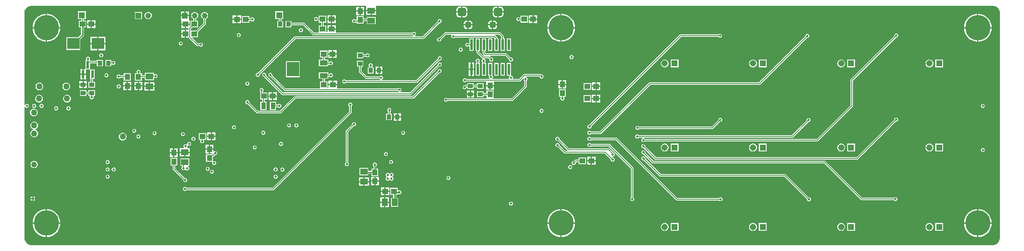
<source format=gbl>
G04*
G04 #@! TF.GenerationSoftware,Altium Limited,Altium Designer,22.8.2 (66)*
G04*
G04 Layer_Physical_Order=4*
G04 Layer_Color=16711680*
%FSLAX25Y25*%
%MOIN*%
G70*
G04*
G04 #@! TF.SameCoordinates,F23DE1FB-CEBC-40D8-82DF-6EE2EAA0B71B*
G04*
G04*
G04 #@! TF.FilePolarity,Positive*
G04*
G01*
G75*
%ADD11C,0.00787*%
%ADD16C,0.02000*%
%ADD73R,0.03937X0.03543*%
%ADD74R,0.03543X0.03937*%
%ADD75R,0.09843X0.11811*%
%ADD76R,0.06299X0.03937*%
%ADD88R,0.06000X0.04724*%
%ADD97R,0.04724X0.04331*%
%ADD98R,0.04724X0.06000*%
%ADD104R,0.04331X0.04724*%
%ADD111C,0.00984*%
%ADD113R,0.05150X0.05150*%
%ADD114C,0.05150*%
%ADD115C,0.01181*%
%ADD116C,0.01575*%
%ADD117C,0.04528*%
%ADD118R,0.04528X0.04528*%
%ADD119R,0.04528X0.04528*%
%ADD120O,0.20079X0.20472*%
G04:AMPARAMS|DCode=121|XSize=68.9mil|YSize=68.9mil|CornerRadius=17.22mil|HoleSize=0mil|Usage=FLASHONLY|Rotation=0.000|XOffset=0mil|YOffset=0mil|HoleType=Round|Shape=RoundedRectangle|*
%AMROUNDEDRECTD121*
21,1,0.06890,0.03445,0,0,0.0*
21,1,0.03445,0.06890,0,0,0.0*
1,1,0.03445,0.01722,-0.01722*
1,1,0.03445,-0.01722,-0.01722*
1,1,0.03445,-0.01722,0.01722*
1,1,0.03445,0.01722,0.01722*
%
%ADD121ROUNDEDRECTD121*%
G04:AMPARAMS|DCode=122|XSize=49.21mil|YSize=47.24mil|CornerRadius=11.81mil|HoleSize=0mil|Usage=FLASHONLY|Rotation=180.000|XOffset=0mil|YOffset=0mil|HoleType=Round|Shape=RoundedRectangle|*
%AMROUNDEDRECTD122*
21,1,0.04921,0.02362,0,0,180.0*
21,1,0.02559,0.04724,0,0,180.0*
1,1,0.02362,-0.01280,0.01181*
1,1,0.02362,0.01280,0.01181*
1,1,0.02362,0.01280,-0.01181*
1,1,0.02362,-0.01280,-0.01181*
%
%ADD122ROUNDEDRECTD122*%
%ADD123C,0.01968*%
%ADD124C,0.05000*%
%ADD133R,0.03780X0.05433*%
%ADD134R,0.09843X0.09055*%
%ADD135R,0.02400X0.06400*%
%ADD136R,0.02200X0.09000*%
G36*
X276447Y194843D02*
X276512Y194370D01*
X276512Y194343D01*
Y191508D01*
X280512D01*
X284512D01*
Y194343D01*
X284576Y194843D01*
X779528Y194843D01*
X780105D01*
X781239Y194618D01*
X782307Y194176D01*
X783267Y193534D01*
X784085Y192716D01*
X784727Y191755D01*
X785169Y190688D01*
X785394Y189554D01*
X785394Y188976D01*
X785394Y7874D01*
Y7296D01*
X785169Y6163D01*
X784727Y5095D01*
X784085Y4134D01*
X783267Y3317D01*
X782307Y2675D01*
X781239Y2232D01*
X780105Y2007D01*
X779528Y2007D01*
X7874Y2007D01*
X7296Y2007D01*
X6163Y2232D01*
X5095Y2675D01*
X4134Y3317D01*
X3317Y4134D01*
X2675Y5095D01*
X2232Y6163D01*
X2007Y7296D01*
Y7874D01*
X2007Y113411D01*
X2507Y113510D01*
X2602Y113281D01*
X3045Y112838D01*
X3624Y112598D01*
X4250D01*
X4829Y112838D01*
X5272Y113281D01*
X5512Y113860D01*
Y114487D01*
X5272Y115065D01*
X4829Y115508D01*
X4250Y115748D01*
X3624D01*
X3045Y115508D01*
X2602Y115065D01*
X2507Y114836D01*
X2007Y114936D01*
Y188976D01*
Y189554D01*
X2232Y190688D01*
X2675Y191755D01*
X3317Y192716D01*
X4134Y193534D01*
X5095Y194176D01*
X6163Y194618D01*
X7296Y194843D01*
X7874Y194843D01*
X276447Y194843D01*
D02*
G37*
%LPC*%
G36*
X274819Y193913D02*
X272153D01*
Y191051D01*
X274819D01*
Y193913D01*
D02*
G37*
G36*
X271153D02*
X268488D01*
Y191051D01*
X271153D01*
Y193913D01*
D02*
G37*
G36*
X384120Y194334D02*
X382898D01*
Y190366D01*
X386866D01*
Y191589D01*
X386772Y192299D01*
X386498Y192962D01*
X386062Y193530D01*
X385493Y193967D01*
X384831Y194241D01*
X384120Y194334D01*
D02*
G37*
G36*
X381898D02*
X380675D01*
X379964Y194241D01*
X379302Y193967D01*
X378733Y193530D01*
X378297Y192962D01*
X378023Y192299D01*
X377929Y191589D01*
Y190366D01*
X381898D01*
Y194334D01*
D02*
G37*
G36*
X355045Y194334D02*
X353823D01*
Y190366D01*
X357791D01*
Y191589D01*
X357698Y192299D01*
X357423Y192962D01*
X356987Y193530D01*
X356418Y193967D01*
X355756Y194241D01*
X355045Y194334D01*
D02*
G37*
G36*
X352823D02*
X351600D01*
X350890Y194241D01*
X350227Y193967D01*
X349659Y193530D01*
X349222Y192962D01*
X348948Y192299D01*
X348854Y191589D01*
Y190366D01*
X352823D01*
Y194334D01*
D02*
G37*
G36*
X284512Y190508D02*
X281012D01*
Y187646D01*
X284512D01*
Y190508D01*
D02*
G37*
G36*
X280012D02*
X276512D01*
Y187646D01*
X280012D01*
Y190508D01*
D02*
G37*
G36*
X134169Y190272D02*
X131405D01*
Y187508D01*
X134169D01*
Y190272D01*
D02*
G37*
G36*
X130405D02*
X127642D01*
Y187508D01*
X130405D01*
Y190272D01*
D02*
G37*
G36*
X274819Y190051D02*
X272153D01*
Y187189D01*
X274819D01*
Y190051D01*
D02*
G37*
G36*
X271153D02*
X268488D01*
Y187189D01*
X271153D01*
Y190051D01*
D02*
G37*
G36*
X386866Y189366D02*
X382898D01*
Y185398D01*
X384120D01*
X384831Y185491D01*
X385493Y185766D01*
X386062Y186202D01*
X386498Y186771D01*
X386772Y187433D01*
X386866Y188144D01*
Y189366D01*
D02*
G37*
G36*
X381898D02*
X377929D01*
Y188144D01*
X378023Y187433D01*
X378297Y186771D01*
X378733Y186202D01*
X379302Y185766D01*
X379964Y185491D01*
X380675Y185398D01*
X381898D01*
Y189366D01*
D02*
G37*
G36*
X357791Y189366D02*
X353823D01*
Y185398D01*
X355045D01*
X355756Y185491D01*
X356418Y185766D01*
X356987Y186202D01*
X357423Y186771D01*
X357698Y187433D01*
X357791Y188144D01*
Y189366D01*
D02*
G37*
G36*
X352823D02*
X348854D01*
Y188144D01*
X348948Y187433D01*
X349222Y186771D01*
X349659Y186202D01*
X350227Y185766D01*
X350890Y185491D01*
X351600Y185398D01*
X352823D01*
Y189366D01*
D02*
G37*
G36*
X244488Y186811D02*
X238583D01*
Y185059D01*
X237506D01*
X237096Y185468D01*
X236517Y185708D01*
X235891D01*
X235312Y185468D01*
X234869Y185025D01*
X234629Y184447D01*
Y183820D01*
X234869Y183241D01*
X235312Y182798D01*
X235891Y182558D01*
X236517D01*
X237096Y182798D01*
X237349Y183052D01*
X238583D01*
Y181299D01*
X240532D01*
Y178937D01*
X238583D01*
Y173748D01*
X238583Y173425D01*
X238156Y173248D01*
X234668D01*
X227088Y180828D01*
X226762Y181045D01*
X226378Y181122D01*
X216339D01*
Y182677D01*
X211614D01*
Y177559D01*
X216339D01*
Y179115D01*
X225962D01*
X233542Y171535D01*
X233868Y171317D01*
X234252Y171241D01*
X313737D01*
X314069Y170909D01*
X314344Y170795D01*
X314245Y170295D01*
X219426D01*
X219042Y170219D01*
X218716Y170001D01*
X189546Y140831D01*
X189077D01*
X188498Y140591D01*
X188055Y140148D01*
X187816Y139569D01*
Y138943D01*
X188055Y138364D01*
X188498Y137921D01*
X189077Y137681D01*
X189704D01*
X190282Y137921D01*
X190726Y138364D01*
X190965Y138943D01*
Y139412D01*
X219841Y168288D01*
X322287D01*
X322671Y168364D01*
X322997Y168582D01*
X335381Y180965D01*
X335849D01*
X336428Y181205D01*
X336871Y181648D01*
X337111Y182227D01*
Y182853D01*
X336871Y183432D01*
X336428Y183875D01*
X335849Y184115D01*
X335223D01*
X334644Y183875D01*
X334201Y183432D01*
X333962Y182853D01*
Y182385D01*
X321872Y170295D01*
X315676D01*
X315577Y170795D01*
X315853Y170909D01*
X316296Y171352D01*
X316535Y171931D01*
Y172557D01*
X316296Y173136D01*
X315853Y173579D01*
X315274Y173819D01*
X314647D01*
X314069Y173579D01*
X313737Y173248D01*
X251984D01*
Y175681D01*
X248622D01*
X245260D01*
Y173556D01*
X244987Y173423D01*
X244488Y173702D01*
Y178937D01*
X242539D01*
Y181299D01*
X244488D01*
Y186811D01*
D02*
G37*
G36*
X406299Y186811D02*
X400394D01*
Y185032D01*
X399854D01*
X399523Y185363D01*
X398944Y185603D01*
X398318D01*
X397739Y185363D01*
X397296Y184920D01*
X397056Y184342D01*
Y183715D01*
X397296Y183136D01*
X397739Y182693D01*
X398318Y182454D01*
X398944D01*
X399523Y182693D01*
X399854Y183025D01*
X400394D01*
Y181299D01*
X406299D01*
Y186811D01*
D02*
G37*
G36*
X251984Y187221D02*
X249122D01*
Y184555D01*
X251984D01*
Y187221D01*
D02*
G37*
G36*
X248122D02*
X245260D01*
Y184555D01*
X248122D01*
Y187221D01*
D02*
G37*
G36*
X413795Y187221D02*
X410933D01*
Y184555D01*
X413795D01*
Y187221D01*
D02*
G37*
G36*
X409933D02*
X407071D01*
Y184555D01*
X409933D01*
Y187221D01*
D02*
G37*
G36*
X175975Y187024D02*
X173113D01*
Y184358D01*
X175975D01*
Y187024D01*
D02*
G37*
G36*
X172113D02*
X169250D01*
Y184358D01*
X172113D01*
Y187024D01*
D02*
G37*
G36*
X101781Y189862D02*
X101030D01*
X100304Y189668D01*
X99653Y189292D01*
X99121Y188760D01*
X98746Y188110D01*
X98551Y187384D01*
Y186632D01*
X98746Y185906D01*
X99121Y185255D01*
X99653Y184724D01*
X100304Y184348D01*
X101030Y184153D01*
X101781D01*
X102507Y184348D01*
X103158Y184724D01*
X103690Y185255D01*
X104065Y185906D01*
X104260Y186632D01*
Y187384D01*
X104065Y188110D01*
X103690Y188760D01*
X103158Y189292D01*
X102507Y189668D01*
X101781Y189862D01*
D02*
G37*
G36*
X96358D02*
X90650D01*
Y184153D01*
X96358D01*
Y189862D01*
D02*
G37*
G36*
X274409Y186417D02*
X268898D01*
Y183617D01*
X268049D01*
X267718Y183949D01*
X267139Y184189D01*
X266512D01*
X265934Y183949D01*
X265491Y183506D01*
X265251Y182927D01*
Y182301D01*
X265491Y181722D01*
X265934Y181279D01*
X266512Y181039D01*
X267139D01*
X267718Y181279D01*
X268049Y181610D01*
X268898D01*
Y180512D01*
X274409D01*
Y182461D01*
X276921D01*
Y180055D01*
X284102D01*
Y185961D01*
X276921D01*
Y184468D01*
X274409D01*
Y186417D01*
D02*
G37*
G36*
X182652Y186614D02*
X176746D01*
Y181102D01*
X182652D01*
Y182855D01*
X183860D01*
X184193Y182522D01*
X184771Y182283D01*
X185398D01*
X185977Y182522D01*
X186420Y182965D01*
X186659Y183544D01*
Y184171D01*
X186420Y184749D01*
X185977Y185192D01*
X185398Y185432D01*
X184771D01*
X184193Y185192D01*
X183862Y184862D01*
X182652D01*
Y186614D01*
D02*
G37*
G36*
X251984Y183555D02*
X249122D01*
Y180890D01*
X251984D01*
Y183555D01*
D02*
G37*
G36*
X248122D02*
X245260D01*
Y180890D01*
X248122D01*
Y183555D01*
D02*
G37*
G36*
X413795Y183555D02*
X410933D01*
Y180890D01*
X413795D01*
Y183555D01*
D02*
G37*
G36*
X409933D02*
X407071D01*
Y180890D01*
X409933D01*
Y183555D01*
D02*
G37*
G36*
X175975Y183358D02*
X173113D01*
Y180693D01*
X175975D01*
Y183358D01*
D02*
G37*
G36*
X172113D02*
X169250D01*
Y180693D01*
X172113D01*
Y183358D01*
D02*
G37*
G36*
X59071Y183283D02*
X56209D01*
Y180618D01*
X59071D01*
Y183283D01*
D02*
G37*
G36*
X55209D02*
X52346D01*
Y180618D01*
X55209D01*
Y183283D01*
D02*
G37*
G36*
X134169Y186508D02*
X127642D01*
Y183744D01*
X127842D01*
X127937Y183283D01*
X127937Y183244D01*
Y180618D01*
X131299D01*
X134661D01*
Y183283D01*
X134264D01*
X134169Y183744D01*
X134169Y183783D01*
Y186508D01*
D02*
G37*
G36*
X379232Y182932D02*
X378453D01*
Y180028D01*
X381456D01*
Y180709D01*
X381287Y181560D01*
X380805Y182281D01*
X380083Y182763D01*
X379232Y182932D01*
D02*
G37*
G36*
X359547D02*
X358768D01*
Y180028D01*
X361771D01*
Y180709D01*
X361602Y181560D01*
X361120Y182281D01*
X360398Y182763D01*
X359547Y182932D01*
D02*
G37*
G36*
X377453D02*
X376673D01*
X375822Y182763D01*
X375101Y182281D01*
X374619Y181560D01*
X374449Y180709D01*
Y180028D01*
X377453D01*
Y182932D01*
D02*
G37*
G36*
X357768D02*
X356988D01*
X356137Y182763D01*
X355416Y182281D01*
X354934Y181560D01*
X354764Y180709D01*
Y180028D01*
X357768D01*
Y182932D01*
D02*
G37*
G36*
X768217Y188396D02*
Y177665D01*
X778766D01*
X778654Y179095D01*
X778248Y180784D01*
X777583Y182389D01*
X776675Y183871D01*
X775547Y185192D01*
X774225Y186321D01*
X772744Y187229D01*
X771138Y187894D01*
X769449Y188299D01*
X768217Y188396D01*
D02*
G37*
G36*
X767217D02*
X765984Y188299D01*
X764295Y187894D01*
X762689Y187229D01*
X761208Y186321D01*
X759886Y185192D01*
X758758Y183871D01*
X757850Y182389D01*
X757185Y180784D01*
X756779Y179095D01*
X756667Y177665D01*
X767217D01*
Y188396D01*
D02*
G37*
G36*
X433571D02*
Y177665D01*
X444121D01*
X444008Y179095D01*
X443602Y180784D01*
X442937Y182389D01*
X442029Y183871D01*
X440901Y185192D01*
X439580Y186321D01*
X438098Y187229D01*
X436493Y187894D01*
X434803Y188299D01*
X433571Y188396D01*
D02*
G37*
G36*
X432571D02*
X431339Y188299D01*
X429649Y187894D01*
X428044Y187229D01*
X426562Y186321D01*
X425241Y185192D01*
X424112Y183871D01*
X423204Y182389D01*
X422539Y180784D01*
X422134Y179095D01*
X422021Y177665D01*
X432571D01*
Y188396D01*
D02*
G37*
G36*
X20185D02*
Y177665D01*
X30735D01*
X30622Y179095D01*
X30217Y180784D01*
X29552Y182389D01*
X28644Y183871D01*
X27515Y185192D01*
X26194Y186321D01*
X24712Y187229D01*
X23107Y187894D01*
X21417Y188299D01*
X20185Y188396D01*
D02*
G37*
G36*
X19185D02*
X17953Y188299D01*
X16263Y187894D01*
X14658Y187229D01*
X13176Y186321D01*
X11855Y185192D01*
X10726Y183871D01*
X9819Y182389D01*
X9154Y180784D01*
X8748Y179095D01*
X8635Y177665D01*
X19185D01*
Y188396D01*
D02*
G37*
G36*
X209858Y190370D02*
X203528D01*
Y184039D01*
X206280D01*
Y182677D01*
X204921D01*
Y177559D01*
X209646D01*
Y182677D01*
X208287D01*
Y184039D01*
X209858D01*
Y190370D01*
D02*
G37*
G36*
X59071Y179618D02*
X56209D01*
Y176953D01*
X59071D01*
Y179618D01*
D02*
G37*
G36*
X55209D02*
X52346D01*
Y176953D01*
X55209D01*
Y179618D01*
D02*
G37*
G36*
X130799Y179618D02*
X127937D01*
Y176953D01*
X130799D01*
Y179618D01*
D02*
G37*
G36*
X251984Y179347D02*
X249122D01*
Y176681D01*
X251984D01*
Y179347D01*
D02*
G37*
G36*
X248122D02*
X245260D01*
Y176681D01*
X248122D01*
Y179347D01*
D02*
G37*
G36*
X381456Y179028D02*
X378453D01*
Y176123D01*
X379232D01*
X380083Y176292D01*
X380805Y176774D01*
X381287Y177495D01*
X381456Y178347D01*
Y179028D01*
D02*
G37*
G36*
X377453D02*
X374449D01*
Y178347D01*
X374619Y177495D01*
X375101Y176774D01*
X375822Y176292D01*
X376673Y176123D01*
X377453D01*
Y179028D01*
D02*
G37*
G36*
X361771D02*
X358768D01*
Y176123D01*
X359547D01*
X360398Y176292D01*
X361120Y176774D01*
X361602Y177495D01*
X361771Y178347D01*
Y179028D01*
D02*
G37*
G36*
X357768D02*
X354764D01*
Y178347D01*
X354934Y177495D01*
X355416Y176774D01*
X356137Y176292D01*
X356988Y176123D01*
X357768D01*
Y179028D01*
D02*
G37*
G36*
X147081Y189862D02*
X146329D01*
X145603Y189668D01*
X144952Y189292D01*
X144421Y188760D01*
X144045Y188110D01*
X143850Y187384D01*
Y186632D01*
X144045Y185906D01*
X144421Y185255D01*
X144952Y184724D01*
X145603Y184348D01*
X145701Y184322D01*
Y180979D01*
X139723Y175000D01*
X135846D01*
Y176356D01*
X136852Y177362D01*
X141339D01*
Y182874D01*
X139811D01*
Y184322D01*
X139909Y184348D01*
X140560Y184724D01*
X141091Y185255D01*
X141467Y185906D01*
X141661Y186632D01*
Y187384D01*
X141467Y188110D01*
X141091Y188760D01*
X140560Y189292D01*
X139909Y189668D01*
X139183Y189862D01*
X138431D01*
X137705Y189668D01*
X137055Y189292D01*
X136523Y188760D01*
X136147Y188110D01*
X135953Y187384D01*
Y186632D01*
X136147Y185906D01*
X136523Y185255D01*
X137055Y184724D01*
X137705Y184348D01*
X137803Y184322D01*
Y182874D01*
X135433D01*
Y178815D01*
X135119Y178560D01*
X134661Y178758D01*
Y179618D01*
X131799D01*
Y176953D01*
X133690D01*
X133839Y176772D01*
Y175409D01*
X131799D01*
Y172244D01*
Y169079D01*
X133957D01*
X134133Y168815D01*
X140271Y162676D01*
X140597Y162459D01*
X140981Y162382D01*
X142477D01*
X142809Y162051D01*
X143387Y161811D01*
X144014D01*
X144593Y162051D01*
X145036Y162494D01*
X145276Y163073D01*
Y163699D01*
X145036Y164278D01*
X144593Y164721D01*
X144014Y164961D01*
X143387D01*
X142809Y164721D01*
X142477Y164389D01*
X141397D01*
X136760Y169026D01*
X136951Y169488D01*
X141339D01*
Y173778D01*
X147414Y179853D01*
X147632Y180179D01*
X147708Y180563D01*
Y184322D01*
X147806Y184348D01*
X148457Y184724D01*
X148989Y185255D01*
X149364Y185906D01*
X149559Y186632D01*
Y187384D01*
X149364Y188110D01*
X148989Y188760D01*
X148457Y189292D01*
X147806Y189668D01*
X147081Y189862D01*
D02*
G37*
G36*
X224335Y176731D02*
X223709D01*
X223130Y176491D01*
X222687Y176048D01*
X222447Y175470D01*
Y174843D01*
X222687Y174264D01*
X223130Y173821D01*
X223709Y173582D01*
X224335D01*
X224914Y173821D01*
X225357Y174264D01*
X225597Y174843D01*
Y175470D01*
X225357Y176048D01*
X224914Y176491D01*
X224335Y176731D01*
D02*
G37*
G36*
X130799Y175409D02*
X127937D01*
Y172744D01*
X130799D01*
Y175409D01*
D02*
G37*
G36*
X174526Y172835D02*
X173899D01*
X173321Y172595D01*
X172878Y172152D01*
X172638Y171573D01*
Y170947D01*
X172878Y170368D01*
X173321Y169925D01*
X173899Y169685D01*
X174526D01*
X175105Y169925D01*
X175548Y170368D01*
X175787Y170947D01*
Y171573D01*
X175548Y172152D01*
X175105Y172595D01*
X174526Y172835D01*
D02*
G37*
G36*
X560987Y172263D02*
X560360D01*
X559781Y172023D01*
X559450Y171692D01*
X528956D01*
X528572Y171616D01*
X528246Y171398D01*
X455864Y99016D01*
X455395D01*
X454817Y98776D01*
X454374Y98333D01*
X454134Y97754D01*
Y97128D01*
X454374Y96549D01*
X454817Y96106D01*
X455395Y95866D01*
X456022D01*
X456601Y96106D01*
X457044Y96549D01*
X457283Y97128D01*
Y97597D01*
X529372Y169685D01*
X559450D01*
X559781Y169353D01*
X560360Y169114D01*
X560987D01*
X561565Y169353D01*
X562008Y169796D01*
X562248Y170375D01*
Y171002D01*
X562008Y171580D01*
X561565Y172023D01*
X560987Y172263D01*
D02*
G37*
G36*
X130799Y171744D02*
X127937D01*
Y169079D01*
X130799D01*
Y171744D01*
D02*
G37*
G36*
X778766Y176665D02*
X768217D01*
Y165934D01*
X769449Y166031D01*
X771138Y166437D01*
X772744Y167102D01*
X774225Y168010D01*
X775547Y169138D01*
X776675Y170460D01*
X777583Y171941D01*
X778248Y173547D01*
X778654Y175236D01*
X778766Y176665D01*
D02*
G37*
G36*
X767217D02*
X756667D01*
X756779Y175236D01*
X757185Y173547D01*
X757850Y171941D01*
X758758Y170460D01*
X759886Y169138D01*
X761208Y168010D01*
X762689Y167102D01*
X764295Y166437D01*
X765984Y166031D01*
X767217Y165934D01*
Y176665D01*
D02*
G37*
G36*
X444121D02*
X433571D01*
Y165934D01*
X434803Y166031D01*
X436493Y166437D01*
X438098Y167102D01*
X439580Y168010D01*
X440901Y169138D01*
X442029Y170460D01*
X442937Y171941D01*
X443602Y173547D01*
X444008Y175236D01*
X444121Y176665D01*
D02*
G37*
G36*
X432571D02*
X422021D01*
X422134Y175236D01*
X422539Y173547D01*
X423204Y171941D01*
X424112Y170460D01*
X425241Y169138D01*
X426562Y168010D01*
X428044Y167102D01*
X429649Y166437D01*
X431339Y166031D01*
X432571Y165934D01*
Y176665D01*
D02*
G37*
G36*
X30735D02*
X20185D01*
Y165934D01*
X21417Y166031D01*
X23107Y166437D01*
X24712Y167102D01*
X26194Y168010D01*
X27515Y169138D01*
X28644Y170460D01*
X29552Y171941D01*
X30217Y173547D01*
X30622Y175236D01*
X30735Y176665D01*
D02*
G37*
G36*
X19185D02*
X8635D01*
X8748Y175236D01*
X9154Y173547D01*
X9819Y171941D01*
X10726Y170460D01*
X11855Y169138D01*
X13176Y168010D01*
X14658Y167102D01*
X16263Y166437D01*
X17953Y166031D01*
X19185Y165934D01*
Y176665D01*
D02*
G37*
G36*
X66945Y169898D02*
X61524D01*
Y164870D01*
X66945D01*
Y169898D01*
D02*
G37*
G36*
X60524D02*
X55102D01*
Y164870D01*
X60524D01*
Y169898D01*
D02*
G37*
G36*
X362675Y168534D02*
X359294D01*
Y164639D01*
X358794Y164485D01*
X358571Y164707D01*
X357993Y164947D01*
X357366D01*
X356787Y164707D01*
X356344Y164264D01*
X356104Y163685D01*
Y163059D01*
X356344Y162480D01*
X356787Y162037D01*
X357366Y161797D01*
X357993D01*
X358571Y162037D01*
X358794Y162259D01*
X359294Y162105D01*
Y158353D01*
X362675D01*
Y168534D01*
D02*
G37*
G36*
X127901Y165997D02*
X127274D01*
X126695Y165757D01*
X126252Y165314D01*
X126013Y164736D01*
Y164109D01*
X126252Y163530D01*
X126695Y163087D01*
X127274Y162848D01*
X127901D01*
X128479Y163087D01*
X128922Y163530D01*
X129162Y164109D01*
Y164736D01*
X128922Y165314D01*
X128479Y165757D01*
X127901Y165997D01*
D02*
G37*
G36*
X51394Y190370D02*
X45063D01*
Y184039D01*
X47618D01*
Y182874D01*
X45669D01*
Y177362D01*
X47518D01*
Y171754D01*
X45252Y169488D01*
X35827D01*
Y159252D01*
X46850D01*
Y167964D01*
X49403Y170516D01*
X49642Y170874D01*
X49726Y171297D01*
Y177362D01*
X51575D01*
Y182874D01*
X49626D01*
Y184039D01*
X51394D01*
Y190370D01*
D02*
G37*
G36*
X66945Y163870D02*
X61524D01*
Y158843D01*
X66945D01*
Y163870D01*
D02*
G37*
G36*
X60524D02*
X55102D01*
Y158843D01*
X60524D01*
Y163870D01*
D02*
G37*
G36*
X392675Y168534D02*
X389294D01*
Y158353D01*
X392675D01*
Y168534D01*
D02*
G37*
G36*
X383623Y173483D02*
X340034D01*
X339650Y173407D01*
X339325Y173189D01*
X335311Y169176D01*
X334842D01*
X334263Y168936D01*
X333820Y168493D01*
X333581Y167914D01*
Y167287D01*
X333820Y166709D01*
X334263Y166266D01*
X334842Y166026D01*
X335469D01*
X336048Y166266D01*
X336491Y166709D01*
X336730Y167287D01*
Y167756D01*
X340450Y171476D01*
X344777D01*
X345042Y170976D01*
X344882Y170589D01*
Y169962D01*
X345122Y169384D01*
X345565Y168940D01*
X346143Y168701D01*
X346770D01*
X347349Y168940D01*
X347680Y169272D01*
X378932D01*
X379404Y168800D01*
X379294Y168534D01*
X379294D01*
Y158353D01*
X382675D01*
Y168534D01*
X381963D01*
Y168663D01*
X381887Y169047D01*
X381670Y169373D01*
X380066Y170976D01*
X380067Y171016D01*
X380223Y171476D01*
X383207D01*
X384981Y169702D01*
Y168534D01*
X384294D01*
Y158353D01*
X387675D01*
Y168534D01*
X386988D01*
Y170118D01*
X386911Y170502D01*
X386694Y170828D01*
X384332Y173189D01*
X384007Y173407D01*
X383623Y173483D01*
D02*
G37*
G36*
X377675Y168534D02*
X374294D01*
Y158353D01*
X377675D01*
Y168534D01*
D02*
G37*
G36*
X352676Y161024D02*
X352049D01*
X351470Y160784D01*
X351027Y160341D01*
X350787Y159762D01*
Y159136D01*
X351027Y158557D01*
X351470Y158114D01*
X352049Y157874D01*
X352676D01*
X353254Y158114D01*
X353697Y158557D01*
X353937Y159136D01*
Y159762D01*
X353697Y160341D01*
X353254Y160784D01*
X352676Y161024D01*
D02*
G37*
G36*
X252892Y159120D02*
X250030D01*
Y156455D01*
X252892D01*
Y159120D01*
D02*
G37*
G36*
X249030D02*
X246168D01*
Y156455D01*
X249030D01*
Y159120D01*
D02*
G37*
G36*
X372675Y168534D02*
X369294D01*
Y158353D01*
X369981D01*
Y156575D01*
X370057Y156191D01*
X370275Y155865D01*
X370998Y155141D01*
X370813Y154663D01*
X370424Y154617D01*
X367189Y157853D01*
X367396Y158353D01*
X367675D01*
Y168534D01*
X364294D01*
Y158353D01*
X364981D01*
Y157638D01*
X365057Y157254D01*
X365275Y156928D01*
X369369Y152834D01*
X369695Y152616D01*
X370053Y152545D01*
X370081Y152502D01*
X370131Y152036D01*
X369893Y151937D01*
X369450Y151495D01*
X369210Y150916D01*
Y150289D01*
X369450Y149710D01*
X369893Y149267D01*
X370059Y149198D01*
Y148734D01*
X369294D01*
Y138553D01*
X372675D01*
Y148734D01*
X372066D01*
Y149657D01*
X372120Y149710D01*
X372360Y150289D01*
Y150916D01*
X372120Y151495D01*
X371677Y151937D01*
X371430Y152040D01*
X371530Y152540D01*
X374584D01*
X375394Y151730D01*
Y151262D01*
X375633Y150683D01*
X376077Y150240D01*
X376655Y150000D01*
X377282D01*
X377861Y150240D01*
X378304Y150683D01*
X378543Y151262D01*
Y151888D01*
X378304Y152467D01*
X377861Y152910D01*
X377282Y153150D01*
X376813D01*
X375954Y154008D01*
X376161Y154508D01*
X388364D01*
X391142Y151730D01*
Y151262D01*
X391382Y150683D01*
X391825Y150240D01*
X392403Y150000D01*
X393030D01*
X393609Y150240D01*
X394052Y150683D01*
X394291Y151262D01*
Y151888D01*
X394052Y152467D01*
X393609Y152910D01*
X393030Y153150D01*
X392561D01*
X389489Y156221D01*
X389164Y156439D01*
X388779Y156515D01*
X372463D01*
X371988Y156991D01*
Y158353D01*
X372675D01*
Y168534D01*
D02*
G37*
G36*
X64056Y156534D02*
X63429D01*
X62850Y156295D01*
X62407Y155852D01*
X62168Y155273D01*
Y154646D01*
X62407Y154068D01*
X62850Y153624D01*
X63429Y153385D01*
X64056D01*
X64635Y153624D01*
X65078Y154068D01*
X65317Y154646D01*
Y155273D01*
X65078Y155852D01*
X64635Y156295D01*
X64056Y156534D01*
D02*
G37*
G36*
X274213Y157283D02*
X269094D01*
Y152559D01*
X274213D01*
Y153918D01*
X276403D01*
X276729Y153592D01*
X277308Y153352D01*
X277934D01*
X278513Y153592D01*
X278956Y154035D01*
X279196Y154614D01*
Y155240D01*
X278956Y155819D01*
X278513Y156262D01*
X277934Y156502D01*
X277308D01*
X276729Y156262D01*
X276392Y155925D01*
X274213D01*
Y157283D01*
D02*
G37*
G36*
X252892Y155455D02*
X250030D01*
Y152790D01*
X252892D01*
Y155455D01*
D02*
G37*
G36*
X249030D02*
X246168D01*
Y152790D01*
X249030D01*
Y155455D01*
D02*
G37*
G36*
X441659Y155100D02*
X441033D01*
X440454Y154860D01*
X440011Y154417D01*
X439771Y153838D01*
Y153212D01*
X440011Y152633D01*
X440454Y152190D01*
X441033Y151950D01*
X441659D01*
X442238Y152190D01*
X442681Y152633D01*
X442921Y153212D01*
Y153838D01*
X442681Y154417D01*
X442238Y154860D01*
X441659Y155100D01*
D02*
G37*
G36*
X71653Y151181D02*
X66929D01*
Y146063D01*
X71653D01*
Y147696D01*
X72188D01*
X72520Y147364D01*
X73098Y147125D01*
X73725D01*
X74304Y147364D01*
X74747Y147808D01*
X74986Y148386D01*
Y149013D01*
X74747Y149592D01*
X74304Y150035D01*
X73725Y150274D01*
X73098D01*
X72520Y150035D01*
X72188Y149703D01*
X71653D01*
Y151181D01*
D02*
G37*
G36*
X245396Y158711D02*
X239491D01*
Y153199D01*
X241319D01*
Y151378D01*
X238583D01*
Y146260D01*
X246063D01*
Y147618D01*
X246808D01*
X247139Y147287D01*
X247718Y147047D01*
X248345D01*
X248923Y147287D01*
X249367Y147730D01*
X249606Y148309D01*
Y148935D01*
X249367Y149514D01*
X248923Y149957D01*
X248345Y150197D01*
X247718D01*
X247139Y149957D01*
X246808Y149626D01*
X246063D01*
Y151378D01*
X243326D01*
Y153199D01*
X245396D01*
Y158711D01*
D02*
G37*
G36*
X53350Y153856D02*
X52724D01*
X52145Y153616D01*
X51702Y153173D01*
X51462Y152594D01*
Y151967D01*
X51677Y151448D01*
X51578Y151183D01*
X51435Y150948D01*
X51109D01*
Y143901D01*
X49650D01*
Y140201D01*
X51350D01*
Y143367D01*
X54359D01*
X54690Y143367D01*
X54859Y142937D01*
Y135910D01*
X55099D01*
Y133661D01*
X53543D01*
Y128937D01*
X58661D01*
Y133661D01*
X57106D01*
Y135910D01*
X58440D01*
Y143491D01*
X55190D01*
X54859Y143491D01*
X54690Y143921D01*
Y148603D01*
X60236D01*
Y146063D01*
X64961D01*
Y151181D01*
X60236D01*
Y150610D01*
X54690D01*
Y150948D01*
X54639D01*
X54497Y151183D01*
X54397Y151448D01*
X54612Y151967D01*
Y152594D01*
X54372Y153173D01*
X53929Y153616D01*
X53350Y153856D01*
D02*
G37*
G36*
X668995Y151533D02*
X662664D01*
Y145202D01*
X668995D01*
Y151533D01*
D02*
G37*
G36*
X658372D02*
X657538D01*
X656733Y151317D01*
X656011Y150900D01*
X655422Y150311D01*
X655006Y149589D01*
X654790Y148784D01*
Y147951D01*
X655006Y147145D01*
X655422Y146424D01*
X656011Y145834D01*
X656733Y145418D01*
X657538Y145202D01*
X658372D01*
X659177Y145418D01*
X659899Y145834D01*
X660488Y146424D01*
X660905Y147145D01*
X661121Y147951D01*
Y148784D01*
X660905Y149589D01*
X660488Y150311D01*
X659899Y150900D01*
X659177Y151317D01*
X658372Y151533D01*
D02*
G37*
G36*
X598128D02*
X591798D01*
Y145202D01*
X598128D01*
Y151533D01*
D02*
G37*
G36*
X587506D02*
X586672D01*
X585867Y151317D01*
X585145Y150900D01*
X584556Y150311D01*
X584139Y149589D01*
X583924Y148784D01*
Y147951D01*
X584139Y147145D01*
X584556Y146424D01*
X585145Y145834D01*
X585867Y145418D01*
X586672Y145202D01*
X587506D01*
X588311Y145418D01*
X589033Y145834D01*
X589622Y146424D01*
X590039Y147145D01*
X590254Y147951D01*
Y148784D01*
X590039Y149589D01*
X589622Y150311D01*
X589033Y150900D01*
X588311Y151317D01*
X587506Y151533D01*
D02*
G37*
G36*
X527262D02*
X520931D01*
Y145202D01*
X527262D01*
Y151533D01*
D02*
G37*
G36*
X516640D02*
X515806D01*
X515001Y151317D01*
X514279Y150900D01*
X513690Y150311D01*
X513273Y149589D01*
X513057Y148784D01*
Y147951D01*
X513273Y147145D01*
X513690Y146424D01*
X514279Y145834D01*
X515001Y145418D01*
X515806Y145202D01*
X516640D01*
X517445Y145418D01*
X518166Y145834D01*
X518756Y146424D01*
X519172Y147145D01*
X519388Y147951D01*
Y148784D01*
X519172Y149589D01*
X518756Y150311D01*
X518166Y150900D01*
X517445Y151317D01*
X516640Y151533D01*
D02*
G37*
G36*
X739807Y151524D02*
X733477D01*
Y145193D01*
X739807D01*
Y151524D01*
D02*
G37*
G36*
X729185D02*
X728351D01*
X727546Y151308D01*
X726824Y150891D01*
X726235Y150302D01*
X725818Y149580D01*
X725602Y148775D01*
Y147942D01*
X725818Y147136D01*
X726235Y146415D01*
X726824Y145825D01*
X727546Y145409D01*
X728351Y145193D01*
X729185D01*
X729990Y145409D01*
X730711Y145825D01*
X731301Y146415D01*
X731717Y147136D01*
X731933Y147942D01*
Y148775D01*
X731717Y149580D01*
X731301Y150302D01*
X730711Y150891D01*
X729990Y151308D01*
X729185Y151524D01*
D02*
G37*
G36*
X363084Y149143D02*
X361484D01*
Y144143D01*
X363084D01*
Y149143D01*
D02*
G37*
G36*
X360484D02*
X358884D01*
Y144143D01*
X360484D01*
Y149143D01*
D02*
G37*
G36*
X289583Y145685D02*
X287311D01*
Y143217D01*
X289583D01*
Y145685D01*
D02*
G37*
G36*
X286311D02*
X284039D01*
Y143217D01*
X286311D01*
Y145685D01*
D02*
G37*
G36*
X48650Y143901D02*
X46950D01*
Y140201D01*
X48650D01*
Y143901D01*
D02*
G37*
G36*
X280453Y148388D02*
X279827D01*
X279248Y148149D01*
X278805Y147706D01*
X278565Y147127D01*
Y146500D01*
X278805Y145922D01*
X278951Y145776D01*
X278744Y145276D01*
X277756D01*
Y140157D01*
X282480D01*
Y145276D01*
X281536D01*
X281329Y145776D01*
X281475Y145922D01*
X281715Y146500D01*
Y147127D01*
X281475Y147706D01*
X281032Y148149D01*
X280453Y148388D01*
D02*
G37*
G36*
X289583Y142217D02*
X287311D01*
Y139748D01*
X289583D01*
Y142217D01*
D02*
G37*
G36*
X286311D02*
X284039D01*
Y139748D01*
X286311D01*
Y142217D01*
D02*
G37*
G36*
X87402Y140354D02*
X81890D01*
Y138799D01*
X78979D01*
X78648Y139130D01*
X78069Y139370D01*
X77443D01*
X76864Y139130D01*
X76421Y138687D01*
X76181Y138109D01*
Y137482D01*
X76421Y136903D01*
X76864Y136460D01*
X77443Y136221D01*
X78069D01*
X78648Y136460D01*
X78979Y136792D01*
X81890D01*
Y134449D01*
X87402D01*
Y140354D01*
D02*
G37*
G36*
X387675Y148734D02*
X384294D01*
Y138553D01*
X387675D01*
Y148734D01*
D02*
G37*
G36*
X366455Y152165D02*
X365828D01*
X365250Y151926D01*
X364807Y151483D01*
X364567Y150904D01*
Y150277D01*
X364807Y149698D01*
X365138Y149367D01*
Y148734D01*
X364294D01*
Y138553D01*
X367675D01*
Y148734D01*
X367145D01*
Y149367D01*
X367477Y149698D01*
X367717Y150277D01*
Y150904D01*
X367477Y151483D01*
X367034Y151926D01*
X366455Y152165D01*
D02*
G37*
G36*
X382675Y148734D02*
X379294D01*
Y138553D01*
X382675D01*
Y148734D01*
D02*
G37*
G36*
X363084Y143143D02*
X361484D01*
Y138143D01*
X363084D01*
Y143143D01*
D02*
G37*
G36*
X360484D02*
X358884D01*
Y138143D01*
X360484D01*
Y143143D01*
D02*
G37*
G36*
X335943Y149213D02*
X335317D01*
X334738Y148973D01*
X334295Y148530D01*
X334055Y147951D01*
Y147482D01*
X311592Y125019D01*
X303654D01*
X303587Y125492D01*
X304166Y125731D01*
X304609Y126174D01*
X304849Y126753D01*
Y127380D01*
X304609Y127959D01*
X304166Y128402D01*
X303587Y128641D01*
X302960D01*
X302382Y128402D01*
X302098Y128118D01*
X252969D01*
Y130757D01*
X249607D01*
X246244D01*
Y128118D01*
X245755D01*
X245473Y128501D01*
X245473Y128618D01*
Y134013D01*
X243523D01*
Y136024D01*
X246063D01*
Y137776D01*
X246808D01*
X247139Y137444D01*
X247718Y137205D01*
X248345D01*
X248923Y137444D01*
X249367Y137888D01*
X249606Y138466D01*
Y139093D01*
X249367Y139672D01*
X248923Y140115D01*
X248345Y140354D01*
X247718D01*
X247139Y140115D01*
X246808Y139783D01*
X246063D01*
Y141142D01*
X238583D01*
Y136024D01*
X241516D01*
Y134013D01*
X239567D01*
Y128618D01*
X239567Y128501D01*
X239285Y128118D01*
X211793D01*
X201058Y138853D01*
X201100Y138955D01*
Y139582D01*
X200861Y140160D01*
X200418Y140603D01*
X199839Y140843D01*
X199212D01*
X198634Y140603D01*
X198191Y140160D01*
X197951Y139582D01*
Y138955D01*
X198191Y138376D01*
X198634Y137933D01*
X199212Y137693D01*
X199379D01*
X210668Y126405D01*
X210993Y126187D01*
X211378Y126111D01*
X302002D01*
X302382Y125731D01*
X302960Y125492D01*
X302894Y125019D01*
X209859D01*
X196058Y138821D01*
X196111Y138948D01*
Y139575D01*
X195871Y140153D01*
X195428Y140596D01*
X194850Y140836D01*
X194223D01*
X193644Y140596D01*
X193201Y140153D01*
X192961Y139575D01*
Y138948D01*
X193201Y138369D01*
X193644Y137926D01*
X194223Y137687D01*
X194369D01*
X194401Y137639D01*
X208734Y123306D01*
X209060Y123089D01*
X209444Y123012D01*
X312008D01*
X312392Y123089D01*
X312718Y123306D01*
X335474Y146063D01*
X335943D01*
X336522Y146303D01*
X336965Y146746D01*
X337205Y147325D01*
Y147951D01*
X336965Y148530D01*
X336522Y148973D01*
X335943Y149213D01*
D02*
G37*
G36*
X223228Y150197D02*
X212205D01*
Y137205D01*
X223228D01*
Y150197D01*
D02*
G37*
G36*
X68227Y140354D02*
X67600D01*
X67021Y140115D01*
X66578Y139672D01*
X66339Y139093D01*
Y138466D01*
X66578Y137888D01*
X67021Y137444D01*
X67600Y137205D01*
X68227D01*
X68805Y137444D01*
X69248Y137888D01*
X69488Y138466D01*
Y139093D01*
X69248Y139672D01*
X68805Y140115D01*
X68227Y140354D01*
D02*
G37*
G36*
X93972Y143256D02*
X93345D01*
X92767Y143016D01*
X92324Y142573D01*
X92084Y141994D01*
Y141368D01*
X92296Y140854D01*
X92189Y140575D01*
X92051Y140354D01*
X90748D01*
Y134449D01*
X96260D01*
Y136855D01*
X98772D01*
Y134906D01*
X105953D01*
Y136731D01*
X106421Y136970D01*
X107000Y136731D01*
X107626D01*
X108205Y136970D01*
X108648Y137413D01*
X108888Y137992D01*
Y138619D01*
X108648Y139197D01*
X108205Y139640D01*
X107626Y139880D01*
X107000D01*
X106421Y139640D01*
X105953Y139880D01*
Y140811D01*
X98772D01*
Y138862D01*
X96260D01*
Y140354D01*
X95266D01*
X95128Y140575D01*
X95021Y140854D01*
X95234Y141368D01*
Y141994D01*
X94994Y142573D01*
X94551Y143016D01*
X93972Y143256D01*
D02*
G37*
G36*
X377675Y148734D02*
X374294D01*
Y138553D01*
X374981D01*
Y138500D01*
X375057Y138116D01*
X375167Y137952D01*
X375106Y137806D01*
Y137180D01*
X375346Y136601D01*
X375601Y136346D01*
X375394Y135846D01*
X356946D01*
X356547Y136246D01*
X355968Y136485D01*
X355341D01*
X354763Y136246D01*
X354320Y135802D01*
X354080Y135224D01*
Y134597D01*
X354320Y134018D01*
X354763Y133575D01*
X355341Y133336D01*
X355968D01*
X356547Y133575D01*
X356810Y133839D01*
X372819D01*
Y131012D01*
X375984D01*
X379150D01*
Y133839D01*
X399606D01*
X399990Y133915D01*
X400316Y134133D01*
X402491Y136308D01*
X402743Y136216D01*
X402953Y136063D01*
Y135513D01*
X403193Y134935D01*
X403524Y134603D01*
Y130337D01*
X393285Y120098D01*
X379043D01*
X378740Y120472D01*
X378740Y120598D01*
Y126378D01*
X373228D01*
Y124626D01*
X370669D01*
Y125984D01*
X365551D01*
Y121260D01*
X370669D01*
Y122618D01*
X373228D01*
Y120598D01*
X373228Y120472D01*
X372925Y120098D01*
X341775D01*
X341443Y120430D01*
X340864Y120669D01*
X340238D01*
X339659Y120430D01*
X339216Y119986D01*
X338976Y119408D01*
Y118781D01*
X339216Y118202D01*
X339659Y117759D01*
X340238Y117520D01*
X340864D01*
X341443Y117759D01*
X341775Y118091D01*
X393701D01*
X394085Y118167D01*
X394410Y118385D01*
X405237Y129212D01*
X405455Y129537D01*
X405531Y129921D01*
Y134603D01*
X405863Y134935D01*
X406102Y135513D01*
Y136140D01*
X405863Y136719D01*
X405420Y137162D01*
X405144Y137276D01*
X405243Y137776D01*
X415748D01*
Y137482D01*
X415988Y136903D01*
X416431Y136460D01*
X417010Y136221D01*
X417636D01*
X418215Y136460D01*
X418658Y136903D01*
X418898Y137482D01*
Y138109D01*
X418658Y138687D01*
X418215Y139130D01*
X417636Y139370D01*
X417100D01*
X416981Y139489D01*
X416655Y139707D01*
X416271Y139783D01*
X403543D01*
X403159Y139707D01*
X402834Y139489D01*
X399191Y135846D01*
X394563D01*
X394229Y136346D01*
X394291Y136498D01*
Y137124D01*
X394052Y137703D01*
X393609Y138146D01*
X393094Y138359D01*
X393022Y138393D01*
X392675Y138684D01*
X392675Y138886D01*
Y148734D01*
X389294D01*
Y138553D01*
X391578D01*
X391616Y138490D01*
X391731Y138053D01*
X391382Y137703D01*
X391142Y137124D01*
Y136498D01*
X391205Y136346D01*
X390870Y135846D01*
X377969D01*
X377762Y136346D01*
X378016Y136601D01*
X378256Y137180D01*
Y137806D01*
X378016Y138385D01*
X377675Y138726D01*
Y148734D01*
D02*
G37*
G36*
X51350Y139201D02*
X49650D01*
Y135501D01*
X51350D01*
Y139201D01*
D02*
G37*
G36*
X48650D02*
X46950D01*
Y135501D01*
X48650D01*
Y139201D01*
D02*
G37*
G36*
X335943Y154134D02*
X335317D01*
X334738Y153894D01*
X334295Y153451D01*
X334055Y152872D01*
Y152403D01*
X316513Y134862D01*
X289102D01*
X289002Y135362D01*
X289278Y135476D01*
X289721Y135919D01*
X289961Y136498D01*
Y137124D01*
X289721Y137703D01*
X289278Y138146D01*
X288699Y138386D01*
X288073D01*
X287494Y138146D01*
X287162Y137815D01*
X276991D01*
X272657Y142148D01*
Y145866D01*
X274213D01*
Y150591D01*
X269094D01*
Y145866D01*
X270650D01*
Y141732D01*
X270726Y141348D01*
X270944Y141023D01*
X275865Y136101D01*
X276191Y135884D01*
X276575Y135808D01*
X287162D01*
X287494Y135476D01*
X287769Y135362D01*
X287670Y134862D01*
X260082D01*
X259750Y135193D01*
X259172Y135433D01*
X258545D01*
X257966Y135193D01*
X257523Y134750D01*
X257283Y134171D01*
Y133545D01*
X257523Y132966D01*
X257966Y132523D01*
X258545Y132283D01*
X259172D01*
X259750Y132523D01*
X260082Y132855D01*
X316929D01*
X317313Y132931D01*
X317639Y133149D01*
X335474Y150984D01*
X335943D01*
X336522Y151224D01*
X336965Y151667D01*
X337205Y152246D01*
Y152872D01*
X336965Y153451D01*
X336522Y153894D01*
X335943Y154134D01*
D02*
G37*
G36*
X437220Y134858D02*
X434555D01*
Y131996D01*
X437220D01*
Y134858D01*
D02*
G37*
G36*
X433555D02*
X430890D01*
Y131996D01*
X433555D01*
Y134858D01*
D02*
G37*
G36*
X52181Y134071D02*
X49713D01*
Y131799D01*
X52181D01*
Y134071D01*
D02*
G37*
G36*
X48713D02*
X46244D01*
Y131799D01*
X48713D01*
Y134071D01*
D02*
G37*
G36*
X252969Y134423D02*
X250107D01*
Y131757D01*
X252969D01*
Y134423D01*
D02*
G37*
G36*
X249107D02*
X246244D01*
Y131757D01*
X249107D01*
Y134423D01*
D02*
G37*
G36*
X96669Y133677D02*
X94004D01*
Y130815D01*
X96669D01*
Y133677D01*
D02*
G37*
G36*
X93004D02*
X90339D01*
Y130815D01*
X93004D01*
Y133677D01*
D02*
G37*
G36*
X87811D02*
X85146D01*
Y130815D01*
X87811D01*
Y133677D01*
D02*
G37*
G36*
X84146D02*
X81480D01*
Y130815D01*
X84146D01*
Y133677D01*
D02*
G37*
G36*
X181342Y133615D02*
X180716D01*
X180137Y133375D01*
X179694Y132932D01*
X179454Y132354D01*
Y131727D01*
X179694Y131148D01*
X180137Y130705D01*
X180716Y130465D01*
X181342D01*
X181921Y130705D01*
X182364Y131148D01*
X182604Y131727D01*
Y132354D01*
X182364Y132932D01*
X181921Y133375D01*
X181342Y133615D01*
D02*
G37*
G36*
X464583Y133087D02*
X461720D01*
Y130421D01*
X464583D01*
Y133087D01*
D02*
G37*
G36*
X460720D02*
X457858D01*
Y130421D01*
X460720D01*
Y133087D01*
D02*
G37*
G36*
X106362Y133221D02*
X102862D01*
Y130358D01*
X106362D01*
Y133221D01*
D02*
G37*
G36*
X101862D02*
X98362D01*
Y130358D01*
X101862D01*
Y133221D01*
D02*
G37*
G36*
X52181Y130799D02*
X49713D01*
Y128528D01*
X52181D01*
Y130799D01*
D02*
G37*
G36*
X48713D02*
X46244D01*
Y128528D01*
X48713D01*
Y130799D01*
D02*
G37*
G36*
X78069Y131496D02*
X77443D01*
X76864Y131256D01*
X76421Y130813D01*
X76181Y130235D01*
Y129608D01*
X76421Y129029D01*
X76864Y128586D01*
X77443Y128347D01*
X78069D01*
X78648Y128586D01*
X79091Y129029D01*
X79331Y129608D01*
Y130235D01*
X79091Y130813D01*
X78648Y131256D01*
X78069Y131496D01*
D02*
G37*
G36*
X437220Y130996D02*
X434555D01*
Y128134D01*
X437220D01*
Y130996D01*
D02*
G37*
G36*
X433555D02*
X430890D01*
Y128134D01*
X433555D01*
Y130996D01*
D02*
G37*
G36*
X362795Y132677D02*
X357677D01*
Y131318D01*
X356787D01*
X356403Y131242D01*
X356077Y131025D01*
X355732Y130680D01*
X355263D01*
X354684Y130440D01*
X354241Y129997D01*
X354001Y129418D01*
Y128791D01*
X354241Y128213D01*
X354684Y127770D01*
X355263Y127530D01*
X355890D01*
X356468Y127770D01*
X356911Y128213D01*
X357151Y128791D01*
X357177Y128815D01*
X357677Y128596D01*
Y127953D01*
X362795D01*
Y129311D01*
X365551D01*
Y127953D01*
X370669D01*
Y132677D01*
X365551D01*
Y131318D01*
X362795D01*
Y132677D01*
D02*
G37*
G36*
X457087Y132677D02*
X451181D01*
Y127165D01*
X457087D01*
Y132677D01*
D02*
G37*
G36*
X379150Y130012D02*
X376484D01*
Y127150D01*
X379150D01*
Y130012D01*
D02*
G37*
G36*
X375484D02*
X372819D01*
Y127150D01*
X375484D01*
Y130012D01*
D02*
G37*
G36*
X96669Y129815D02*
X94004D01*
Y126953D01*
X96669D01*
Y129815D01*
D02*
G37*
G36*
X93004D02*
X90339D01*
Y126953D01*
X93004D01*
Y129815D01*
D02*
G37*
G36*
X87811D02*
X85146D01*
Y126953D01*
X87811D01*
Y129815D01*
D02*
G37*
G36*
X84146D02*
X81480D01*
Y126953D01*
X84146D01*
Y129815D01*
D02*
G37*
G36*
X36086Y132956D02*
X35273D01*
X34487Y132745D01*
X33782Y132338D01*
X33206Y131763D01*
X32800Y131058D01*
X32589Y130272D01*
Y129458D01*
X32800Y128672D01*
X33206Y127967D01*
X33782Y127392D01*
X34487Y126985D01*
X35273Y126774D01*
X36086D01*
X36873Y126985D01*
X37577Y127392D01*
X38153Y127967D01*
X38560Y128672D01*
X38770Y129458D01*
Y130272D01*
X38560Y131058D01*
X38153Y131763D01*
X37577Y132338D01*
X36873Y132745D01*
X36086Y132956D01*
D02*
G37*
G36*
X14433D02*
X13619D01*
X12833Y132745D01*
X12128Y132338D01*
X11553Y131763D01*
X11146Y131058D01*
X10936Y130272D01*
Y129458D01*
X11146Y128672D01*
X11553Y127967D01*
X12128Y127392D01*
X12833Y126985D01*
X13619Y126774D01*
X14433D01*
X15219Y126985D01*
X15924Y127392D01*
X16499Y127967D01*
X16906Y128672D01*
X17117Y129458D01*
Y130272D01*
X16906Y131058D01*
X16499Y131763D01*
X15924Y132338D01*
X15219Y132745D01*
X14433Y132956D01*
D02*
G37*
G36*
X464583Y129421D02*
X461720D01*
Y126756D01*
X464583D01*
Y129421D01*
D02*
G37*
G36*
X460720D02*
X457858D01*
Y126756D01*
X460720D01*
Y129421D01*
D02*
G37*
G36*
X106362Y129358D02*
X102862D01*
Y126496D01*
X106362D01*
Y129358D01*
D02*
G37*
G36*
X101862D02*
X98362D01*
Y126496D01*
X101862D01*
Y129358D01*
D02*
G37*
G36*
X363205Y126394D02*
X360736D01*
Y124122D01*
X363205D01*
Y126394D01*
D02*
G37*
G36*
X359736D02*
X357268D01*
Y124122D01*
X359736D01*
Y126394D01*
D02*
G37*
G36*
X204740Y125213D02*
X201878D01*
Y122547D01*
X204740D01*
Y125213D01*
D02*
G37*
G36*
X200878D02*
X198016D01*
Y122547D01*
X200878D01*
Y125213D01*
D02*
G37*
G36*
X363205Y123122D02*
X360736D01*
Y120850D01*
X363205D01*
Y123122D01*
D02*
G37*
G36*
X359736D02*
X357268D01*
Y120850D01*
X359736D01*
Y123122D01*
D02*
G37*
G36*
X464583Y123244D02*
X461720D01*
Y120579D01*
X464583D01*
Y123244D01*
D02*
G37*
G36*
X460720D02*
X457858D01*
Y120579D01*
X460720D01*
Y123244D01*
D02*
G37*
G36*
X51772Y126969D02*
X46654D01*
Y122244D01*
X51772D01*
Y123451D01*
X53543D01*
Y122244D01*
X54403D01*
X54680Y121744D01*
X54528Y121376D01*
Y120750D01*
X54767Y120171D01*
X55210Y119728D01*
X55789Y119488D01*
X56416D01*
X56994Y119728D01*
X57437Y120171D01*
X57677Y120750D01*
Y121376D01*
X57525Y121744D01*
X57802Y122244D01*
X58661D01*
Y126969D01*
X53543D01*
Y125458D01*
X51772D01*
Y126969D01*
D02*
G37*
G36*
X204740Y121547D02*
X201878D01*
Y118882D01*
X204740D01*
Y121547D01*
D02*
G37*
G36*
X200878D02*
X198016D01*
Y118882D01*
X200878D01*
Y121547D01*
D02*
G37*
G36*
X436811Y127362D02*
X431299D01*
Y121457D01*
X432499D01*
X432720Y120971D01*
X432480Y120392D01*
Y119765D01*
X432720Y119187D01*
X433163Y118744D01*
X433742Y118504D01*
X434368D01*
X434947Y118744D01*
X435390Y119187D01*
X435630Y119765D01*
Y120392D01*
X435390Y120971D01*
X435611Y121457D01*
X436811D01*
Y127362D01*
D02*
G37*
G36*
X457087Y122835D02*
X451181D01*
Y117323D01*
X457087D01*
Y122835D01*
D02*
G37*
G36*
X36627Y123169D02*
X35814D01*
X35028Y122959D01*
X34323Y122552D01*
X33747Y121976D01*
X33340Y121272D01*
X33130Y120486D01*
Y119672D01*
X33340Y118886D01*
X33747Y118181D01*
X34323Y117606D01*
X35028Y117199D01*
X35814Y116988D01*
X36627D01*
X37413Y117199D01*
X38118Y117606D01*
X38693Y118181D01*
X39100Y118886D01*
X39311Y119672D01*
Y120486D01*
X39100Y121272D01*
X38693Y121976D01*
X38118Y122552D01*
X37413Y122959D01*
X36627Y123169D01*
D02*
G37*
G36*
X14186D02*
X13373D01*
X12587Y122959D01*
X11882Y122552D01*
X11306Y121976D01*
X10900Y121272D01*
X10689Y120486D01*
Y119672D01*
X10900Y118886D01*
X11306Y118181D01*
X11882Y117606D01*
X12587Y117199D01*
X13373Y116988D01*
X14186D01*
X14972Y117199D01*
X15677Y117606D01*
X16253Y118181D01*
X16659Y118886D01*
X16870Y119672D01*
Y120486D01*
X16659Y121272D01*
X16253Y121976D01*
X15677Y122552D01*
X14972Y122959D01*
X14186Y123169D01*
D02*
G37*
G36*
X464583Y119579D02*
X461720D01*
Y116913D01*
X464583D01*
Y119579D01*
D02*
G37*
G36*
X460720D02*
X457858D01*
Y116913D01*
X460720D01*
Y119579D01*
D02*
G37*
G36*
X204165Y117480D02*
X199205D01*
Y110866D01*
X204165D01*
Y113170D01*
X205469D01*
X205801Y112838D01*
X206380Y112598D01*
X207006D01*
X207585Y112838D01*
X208028Y113281D01*
X208268Y113860D01*
Y114487D01*
X208028Y115065D01*
X207585Y115508D01*
X207006Y115748D01*
X206380D01*
X205801Y115508D01*
X205469Y115177D01*
X204165D01*
Y117480D01*
D02*
G37*
G36*
X16061Y115748D02*
X15435D01*
X14856Y115508D01*
X14413Y115065D01*
X14173Y114487D01*
Y113860D01*
X14413Y113281D01*
X14856Y112838D01*
X15435Y112598D01*
X16061D01*
X16640Y112838D01*
X17083Y113281D01*
X17323Y113860D01*
Y114487D01*
X17083Y115065D01*
X16640Y115508D01*
X16061Y115748D01*
D02*
G37*
G36*
X10156D02*
X9529D01*
X8951Y115508D01*
X8507Y115065D01*
X8268Y114487D01*
Y113860D01*
X8507Y113281D01*
X8951Y112838D01*
X9529Y112598D01*
X10156D01*
X10735Y112838D01*
X11178Y113281D01*
X11417Y113860D01*
Y114487D01*
X11178Y115065D01*
X10735Y115508D01*
X10156Y115748D01*
D02*
G37*
G36*
X771920Y115670D02*
X771293D01*
X770715Y115430D01*
X770271Y114987D01*
X770032Y114408D01*
Y113782D01*
X770271Y113203D01*
X770715Y112760D01*
X771293Y112520D01*
X771920D01*
X772499Y112760D01*
X772942Y113203D01*
X773181Y113782D01*
Y114408D01*
X772942Y114987D01*
X772499Y115430D01*
X771920Y115670D01*
D02*
G37*
G36*
X192886Y128488D02*
X192260D01*
X191681Y128248D01*
X191238Y127805D01*
X190998Y127226D01*
Y126600D01*
X191238Y126021D01*
X191569Y125690D01*
Y124803D01*
X191339D01*
Y119291D01*
X192981D01*
Y117480D01*
X191504D01*
Y110866D01*
X196465D01*
Y117480D01*
X194988D01*
Y119291D01*
X197244D01*
Y124803D01*
X193576D01*
Y125690D01*
X193908Y126021D01*
X194148Y126600D01*
Y127226D01*
X193908Y127805D01*
X193465Y128248D01*
X192886Y128488D01*
D02*
G37*
G36*
X27872Y113779D02*
X27246D01*
X26667Y113540D01*
X26224Y113097D01*
X25984Y112518D01*
Y111891D01*
X26224Y111313D01*
X26667Y110870D01*
X27246Y110630D01*
X27872D01*
X28451Y110870D01*
X28894Y111313D01*
X29134Y111891D01*
Y112518D01*
X28894Y113097D01*
X28451Y113540D01*
X27872Y113779D01*
D02*
G37*
G36*
X37715Y113779D02*
X37088D01*
X36509Y113540D01*
X36066Y113097D01*
X35827Y112518D01*
Y111891D01*
X36066Y111313D01*
X36509Y110870D01*
X37088Y110630D01*
X37715D01*
X38294Y110870D01*
X38737Y111313D01*
X38976Y111891D01*
Y112518D01*
X38737Y113097D01*
X38294Y113540D01*
X37715Y113779D01*
D02*
G37*
G36*
X335812Y143913D02*
X335186D01*
X334607Y143673D01*
X334164Y143230D01*
X333924Y142652D01*
Y142183D01*
X313808Y122066D01*
X219488D01*
X219104Y121990D01*
X218779Y121773D01*
X207261Y110256D01*
X189392D01*
X182677Y116970D01*
Y117439D01*
X182437Y118018D01*
X181994Y118461D01*
X181416Y118701D01*
X180789D01*
X180210Y118461D01*
X179767Y118018D01*
X179528Y117439D01*
Y116813D01*
X179767Y116234D01*
X180210Y115791D01*
X180789Y115551D01*
X181258D01*
X188267Y108542D01*
X188592Y108325D01*
X188976Y108248D01*
X207677D01*
X208061Y108325D01*
X208387Y108542D01*
X219904Y120060D01*
X314224D01*
X314608Y120136D01*
X314933Y120353D01*
X335343Y140764D01*
X335812D01*
X336391Y141003D01*
X336834Y141446D01*
X337074Y142025D01*
Y142652D01*
X336834Y143230D01*
X336391Y143673D01*
X335812Y143913D01*
D02*
G37*
G36*
X417636Y111811D02*
X417010D01*
X416431Y111571D01*
X415988Y111128D01*
X415748Y110549D01*
Y109923D01*
X415988Y109344D01*
X416431Y108901D01*
X417010Y108661D01*
X417636D01*
X418215Y108901D01*
X418658Y109344D01*
X418898Y109923D01*
Y110549D01*
X418658Y111128D01*
X418215Y111571D01*
X417636Y111811D01*
D02*
G37*
G36*
X304346Y108283D02*
X302075D01*
Y105815D01*
X304346D01*
Y108283D01*
D02*
G37*
G36*
X301075D02*
X298803D01*
Y105815D01*
X301075D01*
Y108283D01*
D02*
G37*
G36*
X10027Y111922D02*
X9213D01*
X8427Y111711D01*
X7722Y111304D01*
X7147Y110729D01*
X6740Y110024D01*
X6530Y109238D01*
Y108424D01*
X6740Y107638D01*
X7147Y106933D01*
X7722Y106358D01*
X8427Y105951D01*
X9213Y105741D01*
X10027D01*
X10813Y105951D01*
X11518Y106358D01*
X12093Y106933D01*
X12500Y107638D01*
X12711Y108424D01*
Y109238D01*
X12500Y110024D01*
X12093Y110729D01*
X11518Y111304D01*
X10813Y111711D01*
X10027Y111922D01*
D02*
G37*
G36*
X295300Y112434D02*
X294673D01*
X294094Y112194D01*
X293651Y111751D01*
X293411Y111172D01*
Y110546D01*
X293651Y109967D01*
X293983Y109635D01*
Y107874D01*
X292520D01*
Y102756D01*
X297244D01*
Y107874D01*
X295990D01*
Y109635D01*
X296321Y109967D01*
X296561Y110546D01*
Y111172D01*
X296321Y111751D01*
X295878Y112194D01*
X295300Y112434D01*
D02*
G37*
G36*
X304346Y104815D02*
X302075D01*
Y102347D01*
X304346D01*
Y104815D01*
D02*
G37*
G36*
X301075D02*
X298803D01*
Y102347D01*
X301075D01*
Y104815D01*
D02*
G37*
G36*
X561177Y104518D02*
X560551D01*
X559972Y104278D01*
X559529Y103835D01*
X559289Y103256D01*
Y102787D01*
X553934Y97432D01*
X495658D01*
X495327Y97764D01*
X494748Y98003D01*
X494122D01*
X493543Y97764D01*
X493100Y97321D01*
X492860Y96742D01*
Y96115D01*
X493100Y95537D01*
X493543Y95094D01*
X494122Y94854D01*
X494748D01*
X495327Y95094D01*
X495658Y95425D01*
X554350D01*
X554734Y95501D01*
X555059Y95719D01*
X560709Y101368D01*
X561177D01*
X561756Y101608D01*
X562199Y102051D01*
X562439Y102630D01*
Y103256D01*
X562199Y103835D01*
X561756Y104278D01*
X561177Y104518D01*
D02*
G37*
G36*
X220786Y100000D02*
X220159D01*
X219580Y99760D01*
X219137Y99317D01*
X218898Y98738D01*
Y98112D01*
X219137Y97533D01*
X219580Y97090D01*
X220159Y96850D01*
X220786D01*
X221364Y97090D01*
X221808Y97533D01*
X222047Y98112D01*
Y98738D01*
X221808Y99317D01*
X221364Y99760D01*
X220786Y100000D01*
D02*
G37*
G36*
X214880D02*
X214254D01*
X213675Y99760D01*
X213232Y99317D01*
X212992Y98738D01*
Y98112D01*
X213232Y97533D01*
X213675Y97090D01*
X214254Y96850D01*
X214880D01*
X215459Y97090D01*
X215902Y97533D01*
X216142Y98112D01*
Y98738D01*
X215902Y99317D01*
X215459Y99760D01*
X214880Y100000D01*
D02*
G37*
G36*
X170609Y98513D02*
X169983D01*
X169404Y98273D01*
X168961Y97830D01*
X168721Y97251D01*
Y96624D01*
X168961Y96046D01*
X169404Y95603D01*
X169983Y95363D01*
X170609D01*
X171188Y95603D01*
X171631Y96046D01*
X171871Y96624D01*
Y97251D01*
X171631Y97830D01*
X171188Y98273D01*
X170609Y98513D01*
D02*
G37*
G36*
X631117Y172204D02*
X630490D01*
X629911Y171964D01*
X629468Y171521D01*
X629229Y170942D01*
Y170473D01*
X592053Y133298D01*
X504341D01*
X503957Y133221D01*
X503632Y133003D01*
X464151Y93523D01*
X456932D01*
X456601Y93855D01*
X456022Y94095D01*
X455395D01*
X454817Y93855D01*
X454374Y93412D01*
X454134Y92833D01*
Y92206D01*
X454374Y91628D01*
X454817Y91185D01*
X455395Y90945D01*
X456022D01*
X456601Y91185D01*
X456932Y91516D01*
X464567D01*
X464951Y91593D01*
X465276Y91810D01*
X504757Y131290D01*
X592468D01*
X592852Y131367D01*
X593178Y131584D01*
X630648Y169054D01*
X631117D01*
X631696Y169294D01*
X632138Y169737D01*
X632378Y170316D01*
Y170942D01*
X632138Y171521D01*
X631696Y171964D01*
X631117Y172204D01*
D02*
G37*
G36*
X90535Y95598D02*
X89908D01*
X89329Y95358D01*
X88886Y94915D01*
X88647Y94336D01*
Y93710D01*
X88886Y93131D01*
X89329Y92688D01*
X89908Y92448D01*
X90535D01*
X91114Y92688D01*
X91557Y93131D01*
X91796Y93710D01*
Y94336D01*
X91557Y94915D01*
X91114Y95358D01*
X90535Y95598D01*
D02*
G37*
G36*
X194211Y94095D02*
X193584D01*
X193006Y93855D01*
X192563Y93412D01*
X192323Y92833D01*
Y92206D01*
X192563Y91628D01*
X193006Y91185D01*
X193584Y90945D01*
X194211D01*
X194790Y91185D01*
X195233Y91628D01*
X195473Y92206D01*
Y92833D01*
X195233Y93412D01*
X194790Y93855D01*
X194211Y94095D01*
D02*
G37*
G36*
X306536Y93969D02*
X305910D01*
X305331Y93729D01*
X304888Y93286D01*
X304648Y92707D01*
Y92081D01*
X304888Y91502D01*
X305331Y91059D01*
X305910Y90819D01*
X306536D01*
X307115Y91059D01*
X307558Y91502D01*
X307798Y92081D01*
Y92707D01*
X307558Y93286D01*
X307115Y93729D01*
X306536Y93969D01*
D02*
G37*
G36*
X106878Y93610D02*
X106251D01*
X105672Y93371D01*
X105229Y92928D01*
X104990Y92349D01*
Y91722D01*
X105229Y91144D01*
X105672Y90701D01*
X106251Y90461D01*
X106878D01*
X107456Y90701D01*
X107899Y91144D01*
X108139Y91722D01*
Y92349D01*
X107899Y92928D01*
X107456Y93371D01*
X106878Y93610D01*
D02*
G37*
G36*
X155527Y92732D02*
X152665D01*
Y90067D01*
X155527D01*
Y92732D01*
D02*
G37*
G36*
X151665D02*
X148803D01*
Y90067D01*
X151665D01*
Y92732D01*
D02*
G37*
G36*
X129637Y92941D02*
X129010D01*
X128431Y92702D01*
X127989Y92259D01*
X127749Y91680D01*
Y91053D01*
X127989Y90474D01*
X128431Y90031D01*
X129010Y89792D01*
X129637D01*
X130216Y90031D01*
X130659Y90474D01*
X130898Y91053D01*
Y91680D01*
X130659Y92259D01*
X130216Y92702D01*
X129637Y92941D01*
D02*
G37*
G36*
X10249Y101516D02*
X9436D01*
X8650Y101305D01*
X7945Y100898D01*
X7369Y100323D01*
X6963Y99618D01*
X6752Y98832D01*
Y98018D01*
X6963Y97232D01*
X7369Y96527D01*
X7945Y95952D01*
X8650Y95545D01*
X9057Y95436D01*
Y94918D01*
X8650Y94809D01*
X7945Y94402D01*
X7369Y93827D01*
X6963Y93122D01*
X6752Y92336D01*
Y91522D01*
X6963Y90736D01*
X7369Y90031D01*
X7945Y89456D01*
X8650Y89049D01*
X9436Y88839D01*
X10249D01*
X11035Y89049D01*
X11740Y89456D01*
X12316Y90031D01*
X12722Y90736D01*
X12933Y91522D01*
Y92336D01*
X12722Y93122D01*
X12316Y93827D01*
X11740Y94402D01*
X11035Y94809D01*
X10628Y94918D01*
Y95436D01*
X11035Y95545D01*
X11740Y95952D01*
X12316Y96527D01*
X12722Y97232D01*
X12933Y98018D01*
Y98832D01*
X12722Y99618D01*
X12316Y100323D01*
X11740Y100898D01*
X11035Y101305D01*
X10249Y101516D01*
D02*
G37*
G36*
X93817Y91142D02*
X93191D01*
X92612Y90902D01*
X92169Y90459D01*
X91929Y89880D01*
Y89254D01*
X92169Y88675D01*
X92612Y88232D01*
X93191Y87992D01*
X93817D01*
X94396Y88232D01*
X94839Y88675D01*
X95079Y89254D01*
Y89880D01*
X94839Y90459D01*
X94396Y90902D01*
X93817Y91142D01*
D02*
G37*
G36*
X702502Y172442D02*
X701876D01*
X701297Y172202D01*
X700854Y171759D01*
X700614Y171180D01*
Y170712D01*
X665629Y135726D01*
X665411Y135401D01*
X665335Y135017D01*
Y114589D01*
X638364Y87618D01*
X500239D01*
X499908Y87949D01*
X499632Y88063D01*
X499732Y88563D01*
X618641D01*
X619025Y88640D01*
X619350Y88857D01*
X631616Y101124D01*
X632085D01*
X632664Y101363D01*
X633107Y101806D01*
X633347Y102385D01*
Y103012D01*
X633107Y103591D01*
X632664Y104033D01*
X632085Y104273D01*
X631459D01*
X630880Y104033D01*
X630437Y103591D01*
X630197Y103012D01*
Y102543D01*
X618225Y90570D01*
X495318D01*
X494986Y90902D01*
X494408Y91142D01*
X493781D01*
X493202Y90902D01*
X492759Y90459D01*
X492520Y89880D01*
Y89254D01*
X492759Y88675D01*
X493202Y88232D01*
X493781Y87992D01*
X494408D01*
X494986Y88232D01*
X495318Y88563D01*
X498300D01*
X498399Y88063D01*
X498124Y87949D01*
X497681Y87506D01*
X497441Y86927D01*
Y86301D01*
X497681Y85722D01*
X498124Y85279D01*
X498702Y85039D01*
X499329D01*
X499908Y85279D01*
X500239Y85611D01*
X638779D01*
X639164Y85687D01*
X639489Y85905D01*
X667048Y113464D01*
X667266Y113789D01*
X667342Y114173D01*
Y134601D01*
X702034Y169292D01*
X702502D01*
X703081Y169532D01*
X703524Y169975D01*
X703764Y170554D01*
Y171180D01*
X703524Y171759D01*
X703081Y172202D01*
X702502Y172442D01*
D02*
G37*
G36*
X155527Y89067D02*
X152665D01*
Y86402D01*
X155527D01*
Y89067D01*
D02*
G37*
G36*
X151665D02*
X148803D01*
Y86402D01*
X151665D01*
Y89067D01*
D02*
G37*
G36*
X81354Y92516D02*
X80541D01*
X79755Y92305D01*
X79050Y91898D01*
X78474Y91323D01*
X78068Y90618D01*
X77857Y89832D01*
Y89018D01*
X78068Y88232D01*
X78474Y87528D01*
X79050Y86952D01*
X79755Y86545D01*
X80541Y86335D01*
X81354D01*
X82140Y86545D01*
X82845Y86952D01*
X83421Y87528D01*
X83828Y88232D01*
X84038Y89018D01*
Y89832D01*
X83828Y90618D01*
X83421Y91323D01*
X82845Y91898D01*
X82140Y92305D01*
X81354Y92516D01*
D02*
G37*
G36*
X138109Y89173D02*
X137482D01*
X136903Y88933D01*
X136460Y88490D01*
X136221Y87912D01*
Y87285D01*
X136460Y86706D01*
X136903Y86263D01*
X137482Y86024D01*
X138109D01*
X138687Y86263D01*
X139130Y86706D01*
X139370Y87285D01*
Y87912D01*
X139130Y88490D01*
X138687Y88933D01*
X138109Y89173D01*
D02*
G37*
G36*
X148031Y92323D02*
X142126D01*
Y86811D01*
X142986D01*
X143263Y86311D01*
X143110Y85943D01*
Y85317D01*
X143350Y84738D01*
X143793Y84295D01*
X144372Y84055D01*
X144998D01*
X145577Y84295D01*
X146020Y84738D01*
X146260Y85317D01*
Y85943D01*
X146107Y86311D01*
X146384Y86811D01*
X148031D01*
Y92323D01*
D02*
G37*
G36*
X134657Y85214D02*
X134030D01*
X133452Y84974D01*
X133009Y84531D01*
X132769Y83952D01*
Y83325D01*
X132790Y83274D01*
X132366Y82991D01*
X132273Y83084D01*
X131694Y83324D01*
X131068D01*
X130489Y83084D01*
X130046Y82641D01*
X129806Y82062D01*
Y81436D01*
X130046Y80857D01*
X130206Y80697D01*
X129999Y80197D01*
X126906D01*
Y77335D01*
X130905D01*
X134906D01*
Y80197D01*
X132763D01*
X132556Y80697D01*
X132716Y80857D01*
X132956Y81436D01*
Y82062D01*
X132934Y82114D01*
X133358Y82397D01*
X133452Y82304D01*
X134030Y82064D01*
X134657D01*
X135236Y82304D01*
X135679Y82747D01*
X135918Y83325D01*
Y83952D01*
X135679Y84531D01*
X135236Y84974D01*
X134657Y85214D01*
D02*
G37*
G36*
X208359Y85026D02*
X207732D01*
X207153Y84786D01*
X206710Y84343D01*
X206470Y83764D01*
Y83138D01*
X206710Y82559D01*
X207153Y82116D01*
X207732Y81876D01*
X208359D01*
X208937Y82116D01*
X209380Y82559D01*
X209620Y83138D01*
Y83764D01*
X209380Y84343D01*
X208937Y84786D01*
X208359Y85026D01*
D02*
G37*
G36*
X153756Y82693D02*
X151091D01*
Y79831D01*
X153756D01*
Y82693D01*
D02*
G37*
G36*
X150091D02*
X147425D01*
Y79831D01*
X150091D01*
Y82693D01*
D02*
G37*
G36*
X187321Y82284D02*
X186695D01*
X186116Y82044D01*
X185673Y81601D01*
X185433Y81022D01*
Y80395D01*
X185673Y79817D01*
X186116Y79374D01*
X186695Y79134D01*
X187321D01*
X187900Y79374D01*
X188343Y79817D01*
X188583Y80395D01*
Y81022D01*
X188343Y81601D01*
X187900Y82044D01*
X187321Y82284D01*
D02*
G37*
G36*
X430431Y89173D02*
X429805D01*
X429226Y88933D01*
X428783Y88490D01*
X428543Y87912D01*
Y87285D01*
X428783Y86706D01*
X429226Y86263D01*
X429805Y86024D01*
X430274D01*
X438022Y78275D01*
X437815Y77775D01*
X436439D01*
X431693Y82522D01*
Y82990D01*
X431453Y83569D01*
X431010Y84012D01*
X430431Y84252D01*
X429805D01*
X429226Y84012D01*
X428783Y83569D01*
X428543Y82990D01*
Y82364D01*
X428783Y81785D01*
X429226Y81342D01*
X429805Y81102D01*
X430274D01*
X435314Y76062D01*
X435640Y75845D01*
X436024Y75768D01*
X468088D01*
X472835Y71022D01*
Y70553D01*
X473074Y69974D01*
X473517Y69531D01*
X474096Y69291D01*
X474723D01*
X475302Y69531D01*
X475744Y69974D01*
X475984Y70553D01*
Y71179D01*
X475744Y71758D01*
X475302Y72201D01*
X474723Y72441D01*
X474257D01*
X473945Y72813D01*
X474020Y73019D01*
X474173Y73228D01*
X474723D01*
X475302Y73468D01*
X475744Y73911D01*
X475984Y74490D01*
Y75116D01*
X475744Y75695D01*
X475302Y76138D01*
X475150Y76201D01*
X475111Y76397D01*
X474893Y76723D01*
X472166Y79450D01*
X471841Y79667D01*
X471457Y79744D01*
X439392D01*
X431693Y87443D01*
Y87912D01*
X431453Y88490D01*
X431010Y88933D01*
X430431Y89173D01*
D02*
G37*
G36*
X739807Y83763D02*
X733477D01*
Y77433D01*
X739807D01*
Y83763D01*
D02*
G37*
G36*
X729185D02*
X728351D01*
X727546Y83548D01*
X726824Y83131D01*
X726235Y82542D01*
X725818Y81820D01*
X725602Y81015D01*
Y80181D01*
X725818Y79376D01*
X726235Y78654D01*
X726824Y78065D01*
X727546Y77648D01*
X728351Y77433D01*
X729185D01*
X729990Y77648D01*
X730712Y78065D01*
X731301Y78654D01*
X731717Y79376D01*
X731933Y80181D01*
Y81015D01*
X731717Y81820D01*
X731301Y82542D01*
X730712Y83131D01*
X729990Y83548D01*
X729185Y83763D01*
D02*
G37*
G36*
X668995D02*
X662664D01*
Y77433D01*
X668995D01*
Y83763D01*
D02*
G37*
G36*
X658372D02*
X657538D01*
X656733Y83548D01*
X656011Y83131D01*
X655422Y82542D01*
X655006Y81820D01*
X654790Y81015D01*
Y80181D01*
X655006Y79376D01*
X655422Y78654D01*
X656011Y78065D01*
X656733Y77648D01*
X657538Y77433D01*
X658372D01*
X659177Y77648D01*
X659899Y78065D01*
X660488Y78654D01*
X660905Y79376D01*
X661120Y80181D01*
Y81015D01*
X660905Y81820D01*
X660488Y82542D01*
X659899Y83131D01*
X659177Y83548D01*
X658372Y83763D01*
D02*
G37*
G36*
X598128Y83763D02*
X591798D01*
Y77433D01*
X598128D01*
Y83763D01*
D02*
G37*
G36*
X587506D02*
X586672D01*
X585867Y83548D01*
X585145Y83131D01*
X584556Y82542D01*
X584139Y81820D01*
X583924Y81015D01*
Y80181D01*
X584139Y79376D01*
X584556Y78654D01*
X585145Y78065D01*
X585867Y77648D01*
X586672Y77433D01*
X587506D01*
X588311Y77648D01*
X589033Y78065D01*
X589622Y78654D01*
X590039Y79376D01*
X590254Y80181D01*
Y81015D01*
X590039Y81820D01*
X589622Y82542D01*
X589033Y83131D01*
X588311Y83548D01*
X587506Y83763D01*
D02*
G37*
G36*
X527262D02*
X520931D01*
Y77433D01*
X527262D01*
Y83763D01*
D02*
G37*
G36*
X516640D02*
X515806D01*
X515001Y83548D01*
X514279Y83131D01*
X513690Y82542D01*
X513273Y81820D01*
X513058Y81015D01*
Y80181D01*
X513273Y79376D01*
X513690Y78654D01*
X514279Y78065D01*
X515001Y77648D01*
X515806Y77433D01*
X516640D01*
X517445Y77648D01*
X518166Y78065D01*
X518756Y78654D01*
X519172Y79376D01*
X519388Y80181D01*
Y81015D01*
X519172Y81820D01*
X518756Y82542D01*
X518166Y83131D01*
X517445Y83548D01*
X516640Y83763D01*
D02*
G37*
G36*
X771936Y80168D02*
X771309D01*
X770730Y79929D01*
X770288Y79486D01*
X770048Y78907D01*
Y78280D01*
X770288Y77702D01*
X770730Y77259D01*
X771309Y77019D01*
X771936D01*
X772515Y77259D01*
X772958Y77702D01*
X773197Y78280D01*
Y78907D01*
X772958Y79486D01*
X772515Y79929D01*
X771936Y80168D01*
D02*
G37*
G36*
X125213Y79740D02*
X122547D01*
Y76878D01*
X125213D01*
Y79740D01*
D02*
G37*
G36*
X121547D02*
X118882D01*
Y76878D01*
X121547D01*
Y79740D01*
D02*
G37*
G36*
X150091Y78831D02*
X147425D01*
Y75968D01*
X150091D01*
Y78831D01*
D02*
G37*
G36*
X292574Y76909D02*
X291948D01*
X291369Y76669D01*
X290926Y76226D01*
X290686Y75647D01*
Y75021D01*
X290926Y74442D01*
X291369Y73999D01*
X291948Y73759D01*
X292574D01*
X293153Y73999D01*
X293596Y74442D01*
X293836Y75021D01*
Y75647D01*
X293596Y76226D01*
X293153Y76669D01*
X292574Y76909D01*
D02*
G37*
G36*
X134906Y76335D02*
X131405D01*
Y73472D01*
X134906D01*
Y76335D01*
D02*
G37*
G36*
X130405D02*
X126906D01*
Y73472D01*
X130405D01*
Y76335D01*
D02*
G37*
G36*
X125213Y75878D02*
X122547D01*
Y73016D01*
X125213D01*
Y75878D01*
D02*
G37*
G36*
X121547D02*
X118882D01*
Y73016D01*
X121547D01*
Y75878D01*
D02*
G37*
G36*
X702440Y104678D02*
X701813D01*
X701234Y104438D01*
X700792Y103996D01*
X700552Y103417D01*
Y102948D01*
X670458Y72854D01*
X509274D01*
X500591Y81537D01*
Y82006D01*
X500351Y82585D01*
X499908Y83028D01*
X499329Y83268D01*
X498702D01*
X498124Y83028D01*
X497681Y82585D01*
X497441Y82006D01*
Y81380D01*
X497681Y80801D01*
X498124Y80358D01*
X498702Y80118D01*
X499171D01*
X508149Y71141D01*
X508474Y70923D01*
X508858Y70847D01*
X670873D01*
X671258Y70923D01*
X671583Y71141D01*
X701971Y101529D01*
X702440D01*
X703019Y101768D01*
X703462Y102211D01*
X703701Y102790D01*
Y103417D01*
X703462Y103996D01*
X703019Y104438D01*
X702440Y104678D01*
D02*
G37*
G36*
X460646Y73047D02*
X457783D01*
Y70382D01*
X460646D01*
Y73047D01*
D02*
G37*
G36*
X456783D02*
X453921D01*
Y70382D01*
X456783D01*
Y73047D01*
D02*
G37*
G36*
X296862Y70507D02*
X296236D01*
X295657Y70267D01*
X295214Y69824D01*
X294974Y69245D01*
Y68619D01*
X295214Y68040D01*
X295657Y67597D01*
X296236Y67357D01*
X296862D01*
X297441Y67597D01*
X297884Y68040D01*
X298124Y68619D01*
Y69245D01*
X297884Y69824D01*
X297441Y70267D01*
X296862Y70507D01*
D02*
G37*
G36*
X69211Y70472D02*
X68584D01*
X68006Y70233D01*
X67563Y69790D01*
X67323Y69211D01*
Y68584D01*
X67563Y68006D01*
X68006Y67563D01*
X68584Y67323D01*
X69211D01*
X69790Y67563D01*
X70233Y68006D01*
X70472Y68584D01*
Y69211D01*
X70233Y69790D01*
X69790Y70233D01*
X69211Y70472D01*
D02*
G37*
G36*
X453150Y72638D02*
X447244D01*
Y70885D01*
X444882D01*
X444498Y70809D01*
X444173Y70591D01*
X443223Y69642D01*
X442754D01*
X442175Y69402D01*
X441732Y68959D01*
X441493Y68380D01*
Y67753D01*
X441732Y67175D01*
X442175Y66732D01*
X442754Y66492D01*
X443381D01*
X443959Y66732D01*
X444402Y67175D01*
X444642Y67753D01*
Y68222D01*
X445298Y68878D01*
X447244D01*
Y67126D01*
X453150D01*
Y72638D01*
D02*
G37*
G36*
X460646Y69382D02*
X457783D01*
Y66716D01*
X460646D01*
Y69382D01*
D02*
G37*
G36*
X456783D02*
X453921D01*
Y66716D01*
X456783D01*
Y69382D01*
D02*
G37*
G36*
X153756Y78831D02*
X151091D01*
Y75968D01*
X152925D01*
X153150Y75470D01*
X152954Y75216D01*
X152362D01*
X152265Y75197D01*
X147835D01*
Y69291D01*
X152725D01*
X152834Y69171D01*
X153007Y68791D01*
X152821Y68341D01*
Y67715D01*
X153061Y67136D01*
X153504Y66693D01*
X154083Y66453D01*
X154709D01*
X155288Y66693D01*
X155731Y67136D01*
X155971Y67715D01*
Y68341D01*
X155731Y68920D01*
X155288Y69363D01*
X154709Y69603D01*
X154083D01*
X153847Y69505D01*
X153347Y69839D01*
Y73209D01*
X153518D01*
X153902Y73286D01*
X154228Y73503D01*
X155175Y74450D01*
X155644D01*
X156223Y74690D01*
X156666Y75133D01*
X156905Y75712D01*
Y76338D01*
X156666Y76917D01*
X156223Y77360D01*
X155644Y77600D01*
X155017D01*
X154439Y77360D01*
X154256Y77178D01*
X153756Y77385D01*
Y78831D01*
D02*
G37*
G36*
X267045Y100984D02*
X266419D01*
X265840Y100744D01*
X265397Y100302D01*
X265158Y99723D01*
Y99254D01*
X260230Y94327D01*
X260013Y94001D01*
X259936Y93617D01*
Y68351D01*
X259605Y68019D01*
X259365Y67441D01*
Y66814D01*
X259605Y66235D01*
X260048Y65792D01*
X260627Y65553D01*
X261253D01*
X261832Y65792D01*
X262275Y66235D01*
X262515Y66814D01*
Y67441D01*
X262275Y68019D01*
X261944Y68351D01*
Y93202D01*
X266577Y97835D01*
X267045D01*
X267624Y98074D01*
X268067Y98517D01*
X268307Y99096D01*
Y99723D01*
X268067Y100302D01*
X267624Y100744D01*
X267045Y100984D01*
D02*
G37*
G36*
X10218Y69811D02*
X9467D01*
X8741Y69617D01*
X8090Y69241D01*
X7559Y68709D01*
X7183Y68058D01*
X6988Y67333D01*
Y66581D01*
X7183Y65855D01*
X7559Y65204D01*
X8090Y64673D01*
X8741Y64297D01*
X9467Y64102D01*
X10218D01*
X10944Y64297D01*
X11595Y64673D01*
X12127Y65204D01*
X12502Y65855D01*
X12697Y66581D01*
Y67333D01*
X12502Y68058D01*
X12127Y68709D01*
X11595Y69241D01*
X10944Y69617D01*
X10218Y69811D01*
D02*
G37*
G36*
X440650Y66475D02*
X440024D01*
X439445Y66235D01*
X439002Y65792D01*
X438762Y65213D01*
Y64587D01*
X439002Y64008D01*
X439445Y63565D01*
X440024Y63325D01*
X440650D01*
X441229Y63565D01*
X441672Y64008D01*
X441912Y64587D01*
Y65213D01*
X441672Y65792D01*
X441229Y66235D01*
X440650Y66475D01*
D02*
G37*
G36*
X134496Y71787D02*
X127315D01*
Y65882D01*
X128747D01*
Y65238D01*
X128416Y64906D01*
X128176Y64328D01*
Y63701D01*
X128416Y63122D01*
X128859Y62679D01*
X129437Y62440D01*
X130064D01*
X130643Y62679D01*
X130942Y62979D01*
X131366Y63009D01*
X131549Y62935D01*
X131911Y62574D01*
X132490Y62334D01*
X133116D01*
X133695Y62574D01*
X134138Y63016D01*
X134378Y63595D01*
Y64222D01*
X134138Y64801D01*
X133695Y65244D01*
X133361Y65382D01*
X133461Y65882D01*
X134496D01*
Y71787D01*
D02*
G37*
G36*
X149526Y64967D02*
X148900D01*
X148321Y64727D01*
X147878Y64284D01*
X147638Y63706D01*
Y63079D01*
X147878Y62500D01*
X148321Y62057D01*
X148900Y61818D01*
X149526D01*
X150105Y62057D01*
X150548Y62500D01*
X150788Y63079D01*
Y63706D01*
X150548Y64284D01*
X150105Y64727D01*
X149526Y64967D01*
D02*
G37*
G36*
X283778Y68504D02*
X283151D01*
X282573Y68264D01*
X282130Y67821D01*
X281890Y67242D01*
Y66616D01*
X282130Y66037D01*
X282361Y65806D01*
Y63583D01*
X280709D01*
Y61734D01*
X278197D01*
Y64039D01*
X271016D01*
Y58134D01*
X278197D01*
Y59526D01*
X280709D01*
Y57677D01*
X286221D01*
Y63583D01*
X284568D01*
Y65806D01*
X284800Y66037D01*
X285039Y66616D01*
Y67242D01*
X284800Y67821D01*
X284357Y68264D01*
X283778Y68504D01*
D02*
G37*
G36*
X204053Y64567D02*
X203427D01*
X202848Y64327D01*
X202405Y63884D01*
X202165Y63305D01*
Y62679D01*
X202405Y62100D01*
X202848Y61657D01*
X203427Y61417D01*
X204053D01*
X204632Y61657D01*
X205075Y62100D01*
X205315Y62679D01*
Y63305D01*
X205075Y63884D01*
X204632Y64327D01*
X204053Y64567D01*
D02*
G37*
G36*
X74132D02*
X73506D01*
X72927Y64327D01*
X72484Y63884D01*
X72244Y63305D01*
Y62679D01*
X72484Y62100D01*
X72927Y61657D01*
X73506Y61417D01*
X74132D01*
X74711Y61657D01*
X75154Y62100D01*
X75394Y62679D01*
Y63305D01*
X75154Y63884D01*
X74711Y64327D01*
X74132Y64567D01*
D02*
G37*
G36*
X69211D02*
X68584D01*
X68006Y64327D01*
X67563Y63884D01*
X67323Y63305D01*
Y62679D01*
X67563Y62100D01*
X68006Y61657D01*
X68584Y61417D01*
X69211D01*
X69790Y61657D01*
X70233Y62100D01*
X70473Y62679D01*
Y63305D01*
X70233Y63884D01*
X69790Y64327D01*
X69211Y64567D01*
D02*
G37*
G36*
X209494Y64455D02*
X208867D01*
X208288Y64215D01*
X207845Y63772D01*
X207606Y63193D01*
Y62567D01*
X207845Y61988D01*
X208288Y61545D01*
X208867Y61305D01*
X209494D01*
X210072Y61545D01*
X210515Y61988D01*
X210755Y62567D01*
Y63193D01*
X210515Y63772D01*
X210072Y64215D01*
X209494Y64455D01*
D02*
G37*
G36*
X297142Y60227D02*
X296509D01*
X295925Y59985D01*
X295575Y59635D01*
X295276Y59577D01*
X294976Y59635D01*
X294627Y59985D01*
X294042Y60227D01*
X293409D01*
X292825Y59985D01*
X292377Y59538D01*
X292135Y58953D01*
Y58320D01*
X292377Y57736D01*
X292727Y57386D01*
X292785Y57087D01*
X292727Y56787D01*
X292377Y56438D01*
X292135Y55853D01*
Y55220D01*
X292377Y54636D01*
X292825Y54188D01*
X293409Y53946D01*
X294042D01*
X294627Y54188D01*
X294976Y54538D01*
X295276Y54596D01*
X295575Y54538D01*
X295925Y54188D01*
X296509Y53946D01*
X297142D01*
X297727Y54188D01*
X298174Y54636D01*
X298416Y55220D01*
Y55853D01*
X298174Y56438D01*
X297824Y56787D01*
X297766Y57087D01*
X297824Y57386D01*
X298174Y57736D01*
X298416Y58320D01*
Y58953D01*
X298174Y59538D01*
X297727Y59985D01*
X297142Y60227D01*
D02*
G37*
G36*
X152872Y62598D02*
X152246D01*
X151667Y62359D01*
X151224Y61916D01*
X150984Y61337D01*
Y60710D01*
X151224Y60132D01*
X151667Y59689D01*
X152246Y59449D01*
X152872D01*
X153451Y59689D01*
X153894Y60132D01*
X154134Y60710D01*
Y61337D01*
X153894Y61916D01*
X153451Y62359D01*
X152872Y62598D01*
D02*
G37*
G36*
X69211Y58661D02*
X68584D01*
X68006Y58422D01*
X67563Y57979D01*
X67323Y57400D01*
Y56773D01*
X67563Y56195D01*
X68006Y55752D01*
X68584Y55512D01*
X69211D01*
X69790Y55752D01*
X70233Y56195D01*
X70472Y56773D01*
Y57400D01*
X70233Y57979D01*
X69790Y58422D01*
X69211Y58661D01*
D02*
G37*
G36*
X204053Y58661D02*
X203427D01*
X202848Y58422D01*
X202405Y57979D01*
X202165Y57400D01*
Y56773D01*
X202405Y56195D01*
X202848Y55752D01*
X203427Y55512D01*
X204053D01*
X204632Y55752D01*
X205075Y56195D01*
X205315Y56773D01*
Y57400D01*
X205075Y57979D01*
X204632Y58422D01*
X204053Y58661D01*
D02*
G37*
G36*
X342833Y57677D02*
X342206D01*
X341628Y57437D01*
X341185Y56994D01*
X340945Y56416D01*
Y55789D01*
X341185Y55210D01*
X341628Y54767D01*
X342206Y54528D01*
X342833D01*
X343412Y54767D01*
X343855Y55210D01*
X344094Y55789D01*
Y56416D01*
X343855Y56994D01*
X343412Y57437D01*
X342833Y57677D01*
D02*
G37*
G36*
X286630Y56906D02*
X283965D01*
Y54043D01*
X286630D01*
Y56906D01*
D02*
G37*
G36*
X282965D02*
X280299D01*
Y54043D01*
X282965D01*
Y56906D01*
D02*
G37*
G36*
X278606Y56449D02*
X275106D01*
Y53587D01*
X278606D01*
Y56449D01*
D02*
G37*
G36*
X274106D02*
X270606D01*
Y53587D01*
X274106D01*
Y56449D01*
D02*
G37*
G36*
X124803Y72244D02*
X119291D01*
Y66339D01*
X121044D01*
Y63412D01*
X121120Y63028D01*
X121338Y62702D01*
X129595Y54445D01*
Y53976D01*
X129835Y53398D01*
X130278Y52955D01*
X130856Y52715D01*
X131483D01*
X132062Y52955D01*
X132505Y53398D01*
X132744Y53976D01*
Y54603D01*
X132505Y55182D01*
X132062Y55625D01*
X131483Y55864D01*
X131014D01*
X123051Y63828D01*
Y66339D01*
X124803D01*
Y72244D01*
D02*
G37*
G36*
X286630Y53043D02*
X283965D01*
Y50181D01*
X286630D01*
Y53043D01*
D02*
G37*
G36*
X282965D02*
X280299D01*
Y50181D01*
X282965D01*
Y53043D01*
D02*
G37*
G36*
X278606Y52587D02*
X275106D01*
Y49724D01*
X278606D01*
Y52587D01*
D02*
G37*
G36*
X274106D02*
X270606D01*
Y49724D01*
X274106D01*
Y52587D01*
D02*
G37*
G36*
X264093Y116732D02*
X263466D01*
X262888Y116492D01*
X262444Y116050D01*
X262205Y115471D01*
Y114844D01*
X262444Y114265D01*
X262776Y113934D01*
Y109668D01*
X201356Y48248D01*
X132129D01*
X131798Y48579D01*
X131219Y48819D01*
X130592D01*
X130014Y48579D01*
X129570Y48136D01*
X129331Y47557D01*
Y46931D01*
X129570Y46352D01*
X130014Y45909D01*
X130592Y45669D01*
X131219D01*
X131798Y45909D01*
X132129Y46241D01*
X201772D01*
X202156Y46317D01*
X202481Y46534D01*
X264489Y108542D01*
X264707Y108868D01*
X264783Y109252D01*
Y113934D01*
X265115Y114265D01*
X265354Y114844D01*
Y115471D01*
X265115Y116050D01*
X264672Y116492D01*
X264093Y116732D01*
D02*
G37*
G36*
X295094Y48441D02*
X292232D01*
Y45776D01*
X295094D01*
Y48441D01*
D02*
G37*
G36*
X291232D02*
X288370D01*
Y45776D01*
X291232D01*
Y48441D01*
D02*
G37*
G36*
X301772Y48031D02*
X295866D01*
Y42520D01*
X298172D01*
Y40008D01*
X296323D01*
Y32827D01*
X302228D01*
Y40008D01*
X300379D01*
Y42520D01*
X301772D01*
Y43022D01*
X302267Y43234D01*
X302846Y42994D01*
X303472D01*
X304051Y43234D01*
X304494Y43677D01*
X304733Y44256D01*
Y44882D01*
X304494Y45461D01*
X304051Y45904D01*
X303472Y46144D01*
X302846D01*
X302267Y45904D01*
X301772Y46116D01*
Y48031D01*
D02*
G37*
G36*
X295094Y44776D02*
X292232D01*
Y42110D01*
X295094D01*
Y44776D01*
D02*
G37*
G36*
X291232D02*
X288370D01*
Y42110D01*
X291232D01*
Y44776D01*
D02*
G37*
G36*
X9358Y41311D02*
Y39870D01*
X10799D01*
X10540Y40494D01*
X9982Y41052D01*
X9358Y41311D01*
D02*
G37*
G36*
X8358D02*
X7734Y41052D01*
X7176Y40494D01*
X6918Y39870D01*
X8358D01*
Y41311D01*
D02*
G37*
G36*
X499329Y78347D02*
X498702D01*
X498124Y78107D01*
X497681Y77664D01*
X497441Y77085D01*
Y76458D01*
X497681Y75880D01*
X498124Y75437D01*
X498702Y75197D01*
X499171D01*
X506180Y68188D01*
X506506Y67971D01*
X506890Y67894D01*
X644269D01*
X673793Y38371D01*
X674118Y38153D01*
X674503Y38077D01*
X700315D01*
X700646Y37745D01*
X701225Y37505D01*
X701852D01*
X702430Y37745D01*
X702873Y38188D01*
X703113Y38767D01*
Y39393D01*
X702873Y39972D01*
X702430Y40415D01*
X701852Y40655D01*
X701225D01*
X700646Y40415D01*
X700315Y40084D01*
X674918D01*
X645395Y69607D01*
X645069Y69825D01*
X644685Y69901D01*
X507305D01*
X500591Y76616D01*
Y77085D01*
X500351Y77664D01*
X499908Y78107D01*
X499329Y78347D01*
D02*
G37*
G36*
X10799Y38870D02*
X9358D01*
Y37429D01*
X9982Y37688D01*
X10540Y38246D01*
X10799Y38870D01*
D02*
G37*
G36*
X8358D02*
X6918D01*
X7176Y38246D01*
X7734Y37688D01*
X8358Y37429D01*
Y38870D01*
D02*
G37*
G36*
X456022Y89173D02*
X455395D01*
X454817Y88933D01*
X454374Y88490D01*
X454134Y87912D01*
Y87285D01*
X454374Y86706D01*
X454817Y86263D01*
X455395Y86024D01*
X456022D01*
X456601Y86263D01*
X456932Y86595D01*
X476946D01*
X525299Y38243D01*
X525624Y38025D01*
X526008Y37949D01*
X559883D01*
X560215Y37617D01*
X560794Y37378D01*
X561420D01*
X561999Y37617D01*
X562442Y38060D01*
X562682Y38639D01*
Y39266D01*
X562442Y39845D01*
X561999Y40288D01*
X561420Y40527D01*
X560794D01*
X560215Y40288D01*
X559883Y39956D01*
X526424D01*
X478072Y88308D01*
X477746Y88526D01*
X477362Y88602D01*
X456932D01*
X456601Y88933D01*
X456022Y89173D01*
D02*
G37*
G36*
Y84252D02*
X455395D01*
X454817Y84012D01*
X454374Y83569D01*
X454134Y82990D01*
Y82364D01*
X454374Y81785D01*
X454817Y81342D01*
X455395Y81102D01*
X456022D01*
X456601Y81342D01*
X456932Y81674D01*
X471041D01*
X489165Y63550D01*
Y40172D01*
X488833Y39840D01*
X488593Y39261D01*
Y38635D01*
X488833Y38056D01*
X489276Y37613D01*
X489855Y37373D01*
X490482D01*
X491060Y37613D01*
X491503Y38056D01*
X491743Y38635D01*
Y39261D01*
X491503Y39840D01*
X491172Y40172D01*
Y63966D01*
X491095Y64350D01*
X490878Y64675D01*
X472166Y83387D01*
X471841Y83604D01*
X471457Y83681D01*
X456932D01*
X456601Y84012D01*
X456022Y84252D01*
D02*
G37*
G36*
X499329Y73425D02*
X498702D01*
X498124Y73185D01*
X497681Y72742D01*
X497441Y72164D01*
Y71537D01*
X497681Y70958D01*
X498124Y70515D01*
X498702Y70276D01*
X499171D01*
X512086Y57361D01*
X512411Y57144D01*
X512795Y57067D01*
X612419D01*
X630445Y39041D01*
Y38572D01*
X630685Y37993D01*
X631128Y37550D01*
X631707Y37311D01*
X632333D01*
X632912Y37550D01*
X633355Y37993D01*
X633595Y38572D01*
Y39199D01*
X633355Y39777D01*
X632912Y40220D01*
X632333Y40460D01*
X631864D01*
X613544Y58780D01*
X613219Y58998D01*
X612835Y59074D01*
X513211D01*
X500591Y71695D01*
Y72164D01*
X500351Y72742D01*
X499908Y73185D01*
X499329Y73425D01*
D02*
G37*
G36*
X294638Y40417D02*
X291776D01*
Y36917D01*
X294638D01*
Y40417D01*
D02*
G37*
G36*
X290776D02*
X287913D01*
Y36917D01*
X290776D01*
Y40417D01*
D02*
G37*
G36*
X393030Y37008D02*
X392403D01*
X391825Y36768D01*
X391382Y36325D01*
X391142Y35746D01*
Y35120D01*
X391382Y34541D01*
X391825Y34098D01*
X392403Y33858D01*
X393030D01*
X393609Y34098D01*
X394052Y34541D01*
X394291Y35120D01*
Y35746D01*
X394052Y36325D01*
X393609Y36768D01*
X393030Y37008D01*
D02*
G37*
G36*
X294638Y35917D02*
X291776D01*
Y32417D01*
X294638D01*
Y35917D01*
D02*
G37*
G36*
X290776D02*
X287913D01*
Y32417D01*
X290776D01*
Y35917D01*
D02*
G37*
G36*
X768217Y30916D02*
Y20185D01*
X778766D01*
X778654Y21614D01*
X778248Y23304D01*
X777583Y24909D01*
X776675Y26391D01*
X775547Y27712D01*
X774225Y28841D01*
X772744Y29748D01*
X771138Y30413D01*
X769449Y30819D01*
X768217Y30916D01*
D02*
G37*
G36*
X767216D02*
X765984Y30819D01*
X764295Y30413D01*
X762689Y29748D01*
X761208Y28841D01*
X759886Y27712D01*
X758758Y26391D01*
X757850Y24909D01*
X757185Y23304D01*
X756779Y21614D01*
X756667Y20185D01*
X767216D01*
Y30916D01*
D02*
G37*
G36*
X433571D02*
Y20185D01*
X444121D01*
X444008Y21614D01*
X443602Y23304D01*
X442937Y24909D01*
X442029Y26391D01*
X440901Y27712D01*
X439580Y28841D01*
X438098Y29748D01*
X436493Y30413D01*
X434803Y30819D01*
X433571Y30916D01*
D02*
G37*
G36*
X432571D02*
X431339Y30819D01*
X429649Y30413D01*
X428044Y29748D01*
X426562Y28841D01*
X425241Y27712D01*
X424112Y26391D01*
X423204Y24909D01*
X422539Y23304D01*
X422134Y21614D01*
X422021Y20185D01*
X432571D01*
Y30916D01*
D02*
G37*
G36*
X20185D02*
Y20185D01*
X30735D01*
X30622Y21614D01*
X30217Y23304D01*
X29552Y24909D01*
X28644Y26391D01*
X27515Y27712D01*
X26194Y28841D01*
X24712Y29748D01*
X23107Y30413D01*
X21417Y30819D01*
X20185Y30916D01*
D02*
G37*
G36*
X19185D02*
X17953Y30819D01*
X16263Y30413D01*
X14658Y29748D01*
X13176Y28841D01*
X11855Y27712D01*
X10726Y26391D01*
X9819Y24909D01*
X9154Y23304D01*
X8748Y21614D01*
X8635Y20185D01*
X19185D01*
Y30916D01*
D02*
G37*
G36*
X739807Y19740D02*
X733477D01*
Y13409D01*
X739807D01*
Y19740D01*
D02*
G37*
G36*
X729185D02*
X728351D01*
X727546Y19524D01*
X726824Y19107D01*
X726235Y18518D01*
X725818Y17796D01*
X725602Y16991D01*
Y16158D01*
X725818Y15353D01*
X726235Y14631D01*
X726824Y14042D01*
X727546Y13625D01*
X728351Y13409D01*
X729185D01*
X729990Y13625D01*
X730711Y14042D01*
X731301Y14631D01*
X731717Y15353D01*
X731933Y16158D01*
Y16991D01*
X731717Y17796D01*
X731301Y18518D01*
X730711Y19107D01*
X729990Y19524D01*
X729185Y19740D01*
D02*
G37*
G36*
X668995D02*
X662664D01*
Y13409D01*
X668995D01*
Y19740D01*
D02*
G37*
G36*
X658372D02*
X657538D01*
X656733Y19524D01*
X656012Y19107D01*
X655422Y18518D01*
X655006Y17796D01*
X654790Y16991D01*
Y16158D01*
X655006Y15353D01*
X655422Y14631D01*
X656012Y14042D01*
X656733Y13625D01*
X657538Y13409D01*
X658372D01*
X659177Y13625D01*
X659899Y14042D01*
X660488Y14631D01*
X660905Y15353D01*
X661121Y16158D01*
Y16991D01*
X660905Y17796D01*
X660488Y18518D01*
X659899Y19107D01*
X659177Y19524D01*
X658372Y19740D01*
D02*
G37*
G36*
X598128D02*
X591798D01*
Y13409D01*
X598128D01*
Y19740D01*
D02*
G37*
G36*
X587506D02*
X586672D01*
X585867Y19524D01*
X585145Y19107D01*
X584556Y18518D01*
X584139Y17796D01*
X583924Y16991D01*
Y16158D01*
X584139Y15353D01*
X584556Y14631D01*
X585145Y14042D01*
X585867Y13625D01*
X586672Y13409D01*
X587506D01*
X588311Y13625D01*
X589033Y14042D01*
X589622Y14631D01*
X590039Y15353D01*
X590254Y16158D01*
Y16991D01*
X590039Y17796D01*
X589622Y18518D01*
X589033Y19107D01*
X588311Y19524D01*
X587506Y19740D01*
D02*
G37*
G36*
X527262D02*
X520931D01*
Y13409D01*
X527262D01*
Y19740D01*
D02*
G37*
G36*
X516640D02*
X515806D01*
X515001Y19524D01*
X514279Y19107D01*
X513690Y18518D01*
X513273Y17796D01*
X513058Y16991D01*
Y16158D01*
X513273Y15353D01*
X513690Y14631D01*
X514279Y14042D01*
X515001Y13625D01*
X515806Y13409D01*
X516640D01*
X517445Y13625D01*
X518166Y14042D01*
X518756Y14631D01*
X519172Y15353D01*
X519388Y16158D01*
Y16991D01*
X519172Y17796D01*
X518756Y18518D01*
X518166Y19107D01*
X517445Y19524D01*
X516640Y19740D01*
D02*
G37*
G36*
X778766Y19185D02*
X768217D01*
Y8454D01*
X769449Y8551D01*
X771138Y8957D01*
X772744Y9622D01*
X774225Y10530D01*
X775547Y11658D01*
X776675Y12979D01*
X777583Y14461D01*
X778248Y16066D01*
X778654Y17756D01*
X778766Y19185D01*
D02*
G37*
G36*
X767216D02*
X756667D01*
X756779Y17756D01*
X757185Y16066D01*
X757850Y14461D01*
X758758Y12979D01*
X759886Y11658D01*
X761208Y10530D01*
X762689Y9622D01*
X764295Y8957D01*
X765984Y8551D01*
X767216Y8454D01*
Y19185D01*
D02*
G37*
G36*
X444121D02*
X433571D01*
Y8454D01*
X434803Y8551D01*
X436493Y8957D01*
X438098Y9622D01*
X439580Y10530D01*
X440901Y11658D01*
X442029Y12979D01*
X442937Y14461D01*
X443602Y16066D01*
X444008Y17756D01*
X444121Y19185D01*
D02*
G37*
G36*
X432571D02*
X422021D01*
X422134Y17756D01*
X422539Y16066D01*
X423204Y14461D01*
X424112Y12979D01*
X425241Y11658D01*
X426562Y10530D01*
X428044Y9622D01*
X429649Y8957D01*
X431339Y8551D01*
X432571Y8454D01*
Y19185D01*
D02*
G37*
G36*
X30735D02*
X20185D01*
Y8454D01*
X21417Y8551D01*
X23107Y8957D01*
X24712Y9622D01*
X26194Y10530D01*
X27515Y11658D01*
X28644Y12979D01*
X29552Y14461D01*
X30217Y16066D01*
X30622Y17756D01*
X30735Y19185D01*
D02*
G37*
G36*
X19185D02*
X8635D01*
X8748Y17756D01*
X9154Y16066D01*
X9819Y14461D01*
X10726Y12979D01*
X11855Y11658D01*
X13176Y10530D01*
X14658Y9622D01*
X16263Y8957D01*
X17953Y8551D01*
X19185Y8454D01*
Y19185D01*
D02*
G37*
%LPD*%
D11*
X355655Y134911D02*
X355722Y134843D01*
X399606D01*
X403543Y138779D01*
X375984Y138500D02*
X376681Y137803D01*
X375984Y138500D02*
Y143643D01*
X376681Y137493D02*
Y137803D01*
X403543Y138779D02*
X416271D01*
X417255Y137795D01*
X417323D01*
X404528Y129921D02*
Y135759D01*
X393701Y119095D02*
X404528Y129921D01*
X340551Y119095D02*
X393701D01*
X494095Y89567D02*
X618641D01*
X631772Y102698D01*
X670873Y71850D02*
X702127Y103103D01*
X499016Y81693D02*
X508858Y71850D01*
X670873D01*
X644685Y68898D02*
X674503Y39080D01*
X701538D01*
X506890Y68898D02*
X644685D01*
X499016Y76772D02*
X506890Y68898D01*
X638779Y86614D02*
X666339Y114173D01*
Y135017D02*
X702189Y170867D01*
X666339Y114173D02*
Y135017D01*
X499016Y86614D02*
X638779D01*
X512795Y58071D02*
X612835D01*
X499016Y71850D02*
X512795Y58071D01*
X612835D02*
X632020Y38886D01*
X504341Y132294D02*
X592468D01*
X630803Y170629D01*
X464567Y92520D02*
X504341Y132294D01*
X455709Y92520D02*
X464567D01*
X477362Y87598D02*
X526008Y38952D01*
X561107D01*
X455709Y87598D02*
X477362D01*
X494435Y96429D02*
X554350D01*
X560864Y102943D01*
X455709Y97441D02*
X528956Y170688D01*
X560673D01*
X471457Y82677D02*
X490168Y63966D01*
Y38948D02*
Y63966D01*
X455709Y82677D02*
X471457D01*
X474184Y75029D02*
X474409Y74803D01*
X471457Y78740D02*
X474184Y76013D01*
Y75029D02*
Y76013D01*
X438976Y78740D02*
X471457D01*
X436024Y76772D02*
X468504D01*
X474409Y70866D01*
X430118Y87598D02*
Y87598D01*
Y87598D02*
X438976Y78740D01*
X430118Y82677D02*
X436024Y76772D01*
X294882Y105315D02*
X294986Y105419D01*
Y110859D01*
X294882Y105315D02*
Y105512D01*
X444882Y69882D02*
X450197D01*
X443067Y68067D02*
X444882Y69882D01*
X271654Y141732D02*
X276575Y136811D01*
X288386D01*
X271654Y141732D02*
Y148228D01*
X434055Y124409D02*
X434055Y124409D01*
Y120079D02*
Y124409D01*
X355576Y129105D02*
X356787Y130315D01*
X368110D01*
X375984Y123491D02*
X376131D01*
X368110Y123622D02*
X376001D01*
X370785Y150283D02*
Y150602D01*
Y150283D02*
X371063Y150005D01*
Y143722D02*
Y150005D01*
X280118Y142717D02*
Y146792D01*
X280140Y146814D01*
X234252Y172244D02*
X314961D01*
X226378Y180118D02*
X234252Y172244D01*
X213976Y180118D02*
X226378D01*
X207283D02*
Y186614D01*
X260940Y93617D02*
X266732Y99410D01*
X260940Y67127D02*
Y93617D01*
X258926Y133858D02*
X316929D01*
X335630Y152559D01*
X181102Y117126D02*
X188976Y109252D01*
X207677D01*
X219488Y121063D02*
X314224D01*
X207677Y109252D02*
X219488Y121063D01*
X314224D02*
X335499Y142338D01*
X192573Y123766D02*
X193984Y122354D01*
X192573Y123766D02*
Y126913D01*
X193984Y114173D02*
Y122354D01*
X201685Y114173D02*
X206693D01*
X303225Y127115D02*
X303274Y127066D01*
X211378Y127115D02*
X303225D01*
X199526Y138966D02*
X211378Y127115D01*
X195111Y138349D02*
X209444Y124016D01*
X312008D01*
X335630Y147638D01*
X194536Y138942D02*
Y139261D01*
Y138942D02*
X195111Y138367D01*
Y138349D02*
Y138367D01*
X199526Y138966D02*
Y139268D01*
X242323Y148819D02*
Y155834D01*
X242443Y155955D01*
X242520Y131258D02*
Y137388D01*
Y131258D02*
X242520Y131257D01*
X242150Y138410D02*
X242323Y138583D01*
X242150Y137758D02*
Y138410D01*
Y137758D02*
X242520Y137388D01*
X201772Y47244D02*
X263779Y109252D01*
Y115157D01*
X130905Y47244D02*
X201772D01*
X189391Y139256D02*
X219426Y169291D01*
X322287D01*
X335503Y182507D01*
X122047Y63412D02*
Y69882D01*
Y63412D02*
X131170Y54290D01*
X69369Y148700D02*
X73412D01*
X69291Y148622D02*
X69369Y148700D01*
X53037Y148937D02*
X53706Y149606D01*
X53037Y147295D02*
Y148937D01*
X52900Y147158D02*
X53037Y147295D01*
Y148937D02*
Y152281D01*
X53706Y149606D02*
X61614D01*
X62598Y148622D01*
X56102Y131299D02*
Y139154D01*
X56650Y139701D01*
X152362Y74213D02*
X153518D01*
X155331Y76025D01*
X150591Y72441D02*
X152362Y74213D01*
X144685Y89173D02*
X145079Y89567D01*
X144685Y85630D02*
Y89173D01*
X150591Y72244D02*
Y72441D01*
X129751Y67680D02*
X130905Y68835D01*
X129751Y64014D02*
Y67680D01*
X271654Y154921D02*
X277615D01*
X277621Y154927D01*
X242323Y148819D02*
X242520Y148622D01*
X248031D01*
X242323Y138583D02*
X242520Y138779D01*
X248031D01*
X102362Y137858D02*
X102809Y138305D01*
X107313D01*
X56102Y121063D02*
Y124454D01*
X56102Y121063D02*
X56102Y121063D01*
X49364Y124454D02*
X56102D01*
X84252Y137795D02*
X84646Y137402D01*
X77756Y137795D02*
X84252D01*
X93659Y137556D02*
X93961Y137858D01*
X93504Y137402D02*
X93659Y137556D01*
X93961Y137858D02*
X102362D01*
X93659Y137556D02*
Y141681D01*
X49213Y124606D02*
X49364Y124454D01*
X48622Y180118D02*
Y186811D01*
X134843Y176772D02*
X138189Y180118D01*
X134843Y169524D02*
X140981Y163386D01*
X134843Y169524D02*
Y176772D01*
X140981Y163386D02*
X143701D01*
X138189Y180118D02*
X138386D01*
X138807Y180539D01*
Y187008D01*
X146705Y180563D02*
Y187008D01*
X138386Y172244D02*
X146705Y180563D01*
X179699Y183858D02*
X185084D01*
X185084Y183857D01*
X236282Y184055D02*
X241535D01*
X236204Y184133D02*
X236282Y184055D01*
X241535Y176181D02*
Y184055D01*
X270803Y182614D02*
X271654Y183465D01*
X266826Y182614D02*
X270803D01*
X280055Y183465D02*
X280512Y183008D01*
X271654Y183465D02*
X280055D01*
X403320Y184028D02*
X403346Y184055D01*
X398631Y184028D02*
X403320D01*
X365984Y143643D02*
X366142Y143801D01*
Y150591D01*
X370984Y143643D02*
X371063Y143722D01*
X385984Y163443D02*
Y170118D01*
X365984Y157638D02*
X370079Y153543D01*
X365984Y157638D02*
Y163443D01*
X357679Y163372D02*
X360913D01*
X380960Y163468D02*
Y168663D01*
X379347Y170276D02*
X380960Y168663D01*
X370984Y156575D02*
Y163443D01*
X360913Y163372D02*
X360984Y163443D01*
X380960Y163468D02*
X380984Y163443D01*
X370984Y156575D02*
X372047Y155512D01*
X388779D01*
X392717Y151575D01*
X346457Y170276D02*
X379347D01*
X370079Y153543D02*
X375000D01*
X376969Y151575D01*
X383623Y172479D02*
X385984Y170118D01*
X340034Y172479D02*
X383623D01*
X335155Y167601D02*
X340034Y172479D01*
D16*
X293726Y55537D02*
D03*
Y58637D02*
D03*
X296826Y55537D02*
D03*
Y58637D02*
D03*
D73*
X360236Y130315D02*
D03*
Y123622D02*
D03*
X368110Y130315D02*
D03*
Y123622D02*
D03*
X271654Y154921D02*
D03*
Y148228D02*
D03*
X49213Y124606D02*
D03*
Y131299D02*
D03*
X56102Y131299D02*
D03*
Y124606D02*
D03*
D74*
X301575Y105315D02*
D03*
X294882D02*
D03*
X207283Y180118D02*
D03*
X213976D02*
D03*
X286811Y142717D02*
D03*
X280118D02*
D03*
X62598Y148622D02*
D03*
X69291D02*
D03*
D75*
X217717Y143701D02*
D03*
D76*
X242323Y138583D02*
D03*
Y148819D02*
D03*
D88*
X274606Y53087D02*
D03*
Y61087D02*
D03*
X130905Y68835D02*
D03*
Y76835D02*
D03*
X102362Y137858D02*
D03*
Y129858D02*
D03*
X280512Y183008D02*
D03*
Y191008D02*
D03*
D97*
X457283Y69882D02*
D03*
X450197D02*
D03*
X461221Y120079D02*
D03*
X454134D02*
D03*
X461221Y129921D02*
D03*
X454134D02*
D03*
X298819Y45276D02*
D03*
X291732D02*
D03*
X242520Y131257D02*
D03*
X249607D02*
D03*
X201378Y122047D02*
D03*
X194291D02*
D03*
X152165Y89567D02*
D03*
X145079D02*
D03*
X249530Y155955D02*
D03*
X242443D02*
D03*
X131299Y180118D02*
D03*
X138386D02*
D03*
X131299Y172244D02*
D03*
X138386D02*
D03*
X55709Y180118D02*
D03*
X48622D02*
D03*
X172613Y183858D02*
D03*
X179699D02*
D03*
X248622Y176181D02*
D03*
X241535D02*
D03*
X248622Y184055D02*
D03*
X241535D02*
D03*
X410433Y184055D02*
D03*
X403346D02*
D03*
D98*
X291276Y36417D02*
D03*
X299276D02*
D03*
D104*
X434055Y131496D02*
D03*
Y124409D02*
D03*
X375984Y130512D02*
D03*
Y123425D02*
D03*
X283465Y60630D02*
D03*
Y53543D02*
D03*
X122047Y76378D02*
D03*
Y69291D02*
D03*
X150591Y72244D02*
D03*
Y79331D02*
D03*
X84646Y130315D02*
D03*
Y137402D02*
D03*
X93504D02*
D03*
Y130315D02*
D03*
X271654Y183465D02*
D03*
Y190551D02*
D03*
D111*
X299276Y44819D02*
X299526Y44569D01*
X298819Y45276D02*
X299276Y44819D01*
X299526Y44569D02*
X303159D01*
X299276Y36417D02*
Y44819D01*
X274606Y61087D02*
X275063Y60630D01*
X283465D01*
X283465Y60630D02*
X283465Y60630D01*
X283465Y60630D02*
Y66929D01*
X41732Y164370D02*
X45768Y168405D01*
Y168442D02*
X48622Y171297D01*
X45768Y168405D02*
Y168442D01*
X48622Y171297D02*
Y180118D01*
X41339Y164370D02*
X41732D01*
D113*
X524097Y80598D02*
D03*
Y16575D02*
D03*
X594963Y148367D02*
D03*
X594963Y80598D02*
D03*
Y16575D02*
D03*
X665829Y148367D02*
D03*
X665829Y80598D02*
D03*
X665829Y16575D02*
D03*
X736642Y148358D02*
D03*
X736642Y80598D02*
D03*
X736642Y16575D02*
D03*
X524097Y148367D02*
D03*
X206693Y187205D02*
D03*
X48228D02*
D03*
D114*
X516223Y80598D02*
D03*
Y16575D02*
D03*
X587089Y148367D02*
D03*
X587089Y80598D02*
D03*
Y16575D02*
D03*
X657955Y148367D02*
D03*
X657955Y80598D02*
D03*
X657955Y16575D02*
D03*
X728768Y148358D02*
D03*
X728768Y80598D02*
D03*
X728768Y16575D02*
D03*
X516223Y148367D02*
D03*
X214567Y187205D02*
D03*
X56102D02*
D03*
D115*
X302916Y153032D02*
D03*
X300160Y155787D02*
D03*
X294648D02*
D03*
X297404Y158543D02*
D03*
X300160Y161299D02*
D03*
X297404Y164055D02*
D03*
X294648Y161299D02*
D03*
X302916Y158543D02*
D03*
X305672Y161299D02*
D03*
Y155787D02*
D03*
X302916Y164055D02*
D03*
X297404Y153032D02*
D03*
D116*
X136909Y71850D02*
D03*
X140748Y68012D02*
D03*
X144587Y71850D02*
D03*
X140748Y75689D02*
D03*
Y71850D02*
D03*
D117*
X146705Y187008D02*
D03*
X138807D02*
D03*
X101406D02*
D03*
X109303D02*
D03*
X9843Y66957D02*
D03*
Y74854D02*
D03*
D118*
X130905Y187008D02*
D03*
X93504D02*
D03*
D119*
X9843Y59055D02*
D03*
D120*
X19685Y19685D02*
D03*
Y177165D02*
D03*
X433071Y19685D02*
D03*
Y177165D02*
D03*
X767717D02*
D03*
X767717Y19685D02*
D03*
D121*
X353323Y189866D02*
D03*
X382398Y189866D02*
D03*
D122*
X377953Y179528D02*
D03*
X358268D02*
D03*
D123*
X355655Y134911D02*
D03*
X376681Y137493D02*
D03*
X417323Y137795D02*
D03*
X404528Y135827D02*
D03*
X376013Y130485D02*
D03*
X388779Y127953D02*
D03*
X702127Y103103D02*
D03*
X701538Y39080D02*
D03*
X702189Y170867D02*
D03*
X499016Y86614D02*
D03*
Y81693D02*
D03*
Y76772D02*
D03*
Y71850D02*
D03*
X632020Y38886D02*
D03*
X771623Y78594D02*
D03*
X771606Y114095D02*
D03*
X631772Y102698D02*
D03*
X494095Y89567D02*
D03*
X630803Y170629D02*
D03*
X561107Y38952D02*
D03*
X494435Y96429D02*
D03*
X560864Y102943D02*
D03*
X560673Y170688D02*
D03*
X455709Y97441D02*
D03*
X474409Y74803D02*
D03*
Y70866D02*
D03*
X490168Y38948D02*
D03*
X455877Y186712D02*
D03*
X714366Y38285D02*
D03*
X714366Y102309D02*
D03*
X714366Y170069D02*
D03*
X643553Y38285D02*
D03*
X643553Y102309D02*
D03*
X643553Y170078D02*
D03*
X572687Y38285D02*
D03*
Y102309D02*
D03*
X572687Y170078D02*
D03*
X501821Y38285D02*
D03*
Y102309D02*
D03*
X501821Y170078D02*
D03*
X466273Y102891D02*
D03*
X430118Y87598D02*
D03*
Y82677D02*
D03*
X455709D02*
D03*
Y87598D02*
D03*
Y92520D02*
D03*
X440337Y64900D02*
D03*
X301624Y110400D02*
D03*
X294986Y110859D02*
D03*
X287402Y111221D02*
D03*
X443067Y68067D02*
D03*
X333661Y92520D02*
D03*
X446850Y62992D02*
D03*
X457315Y74707D02*
D03*
X454198Y130155D02*
D03*
X454044Y120008D02*
D03*
X417323Y110236D02*
D03*
X288386Y136811D02*
D03*
X434055Y120079D02*
D03*
X435863Y136918D02*
D03*
X441346Y153525D02*
D03*
X355576Y129105D02*
D03*
X356299Y124016D02*
D03*
X376131Y123491D02*
D03*
X368110Y189961D02*
D03*
X370785Y150602D02*
D03*
X392717Y35433D02*
D03*
X306223Y92394D02*
D03*
X198819Y171260D02*
D03*
X280140Y146814D02*
D03*
X291339Y142717D02*
D03*
X314961Y172244D02*
D03*
X260940Y67127D02*
D03*
X260989Y44820D02*
D03*
X283465Y43307D02*
D03*
X287402Y45276D02*
D03*
X283160Y47702D02*
D03*
X303159Y44569D02*
D03*
X283465Y66929D02*
D03*
X303150Y50197D02*
D03*
X266732Y99410D02*
D03*
X292261Y75334D02*
D03*
X349410Y81693D02*
D03*
X342520Y75787D02*
D03*
Y56102D02*
D03*
X296549Y68932D02*
D03*
X287402Y50197D02*
D03*
X226378Y53150D02*
D03*
X181102Y67913D02*
D03*
X187008Y80709D02*
D03*
X186969Y63165D02*
D03*
X193898Y92520D02*
D03*
X258858Y133858D02*
D03*
X335630Y152559D02*
D03*
X181029Y132040D02*
D03*
X283465Y112205D02*
D03*
X181102Y117126D02*
D03*
X192573Y126913D02*
D03*
X206693Y114173D02*
D03*
X200640Y127352D02*
D03*
X303274Y127066D02*
D03*
X335484Y187583D02*
D03*
X223425Y57087D02*
D03*
X335499Y142338D02*
D03*
X40334Y8511D02*
D03*
X263779Y115157D02*
D03*
X130905Y47244D02*
D03*
X199526Y139268D02*
D03*
X194536Y139261D02*
D03*
X189391Y139256D02*
D03*
X229331Y57087D02*
D03*
X223425Y62992D02*
D03*
X229331Y68898D02*
D03*
X229422Y62945D02*
D03*
X208045Y83451D02*
D03*
X220472Y98425D02*
D03*
X214567D02*
D03*
X203740Y57087D02*
D03*
X209180Y62880D02*
D03*
X203740Y62992D02*
D03*
X152559Y61024D02*
D03*
X131170Y54290D02*
D03*
X117126Y71850D02*
D03*
Y76772D02*
D03*
X112441Y79961D02*
D03*
X122047Y69882D02*
D03*
X149213Y63392D02*
D03*
X154396Y68028D02*
D03*
X145669Y100394D02*
D03*
X170296Y96938D02*
D03*
X141732Y112205D02*
D03*
X136811Y118110D02*
D03*
X141732Y117126D02*
D03*
X140212Y121798D02*
D03*
X145669Y114173D02*
D03*
X129323Y91366D02*
D03*
X73412Y148700D02*
D03*
X63742Y154959D02*
D03*
X53037Y152281D02*
D03*
X155331Y76025D02*
D03*
X153543Y84646D02*
D03*
X173450Y81705D02*
D03*
X149606Y84646D02*
D03*
X144685Y85630D02*
D03*
X106564Y92036D02*
D03*
X73819Y62992D02*
D03*
X68898D02*
D03*
X68898Y68898D02*
D03*
Y57087D02*
D03*
X117081Y81471D02*
D03*
X122028Y81221D02*
D03*
X126787Y81158D02*
D03*
X137795Y87598D02*
D03*
X93504Y89567D02*
D03*
X90221Y94023D02*
D03*
X129751Y64014D02*
D03*
X134344Y83639D02*
D03*
X131381Y81749D02*
D03*
X132803Y63909D02*
D03*
X277621Y154927D02*
D03*
X253863Y131120D02*
D03*
X254347Y155494D02*
D03*
X248031Y148622D02*
D03*
Y138779D02*
D03*
X107313Y138305D02*
D03*
X67913Y138779D02*
D03*
X56102Y121063D02*
D03*
X84646Y125000D02*
D03*
X93504D02*
D03*
X78740Y133858D02*
D03*
X77756Y137795D02*
D03*
Y129921D02*
D03*
X93659Y141681D02*
D03*
X70866Y182087D02*
D03*
X65550Y172192D02*
D03*
X127587Y164422D02*
D03*
X143701Y163386D02*
D03*
X224022Y175156D02*
D03*
X185084Y183857D02*
D03*
X174213Y171260D02*
D03*
X168008Y183771D02*
D03*
X236204Y184133D02*
D03*
X253371Y184436D02*
D03*
X253657Y176306D02*
D03*
X285919Y190949D02*
D03*
X266826Y182614D02*
D03*
X266700Y188002D02*
D03*
X340594Y191225D02*
D03*
X340551Y119095D02*
D03*
X415363Y184028D02*
D03*
X398631D02*
D03*
X353346Y142717D02*
D03*
X376969Y151575D02*
D03*
X392717D02*
D03*
Y136811D02*
D03*
X357679Y163372D02*
D03*
X352362Y159449D02*
D03*
X357283Y143701D02*
D03*
X345520Y187269D02*
D03*
X346457Y170276D02*
D03*
X335630Y147638D02*
D03*
X335155Y167601D02*
D03*
X366142Y150591D02*
D03*
X335536Y182540D02*
D03*
X37402Y99213D02*
D03*
X27559D02*
D03*
X37402Y112205D02*
D03*
X27559Y112205D02*
D03*
X15748Y114173D02*
D03*
X9843D02*
D03*
X3937D02*
D03*
X8858Y39370D02*
D03*
D124*
X80948Y89425D02*
D03*
X35433Y149934D02*
D03*
X36220Y120079D02*
D03*
X13780D02*
D03*
Y149934D02*
D03*
X14026Y129865D02*
D03*
X35680D02*
D03*
X9620Y108831D02*
D03*
X9843Y91929D02*
D03*
Y98425D02*
D03*
D133*
X201685Y114173D02*
D03*
X193984D02*
D03*
D134*
X41339Y164370D02*
D03*
X61024D02*
D03*
D135*
X56650Y139701D02*
D03*
X49150D02*
D03*
X52900Y147158D02*
D03*
D136*
X360984Y143643D02*
D03*
X365984Y143643D02*
D03*
X370984D02*
D03*
X375984D02*
D03*
X380984Y143643D02*
D03*
X385984Y143643D02*
D03*
X390984Y143643D02*
D03*
Y163443D02*
D03*
X385984Y163443D02*
D03*
X380984D02*
D03*
X375984D02*
D03*
X370984D02*
D03*
X365984D02*
D03*
X360984D02*
D03*
M02*

</source>
